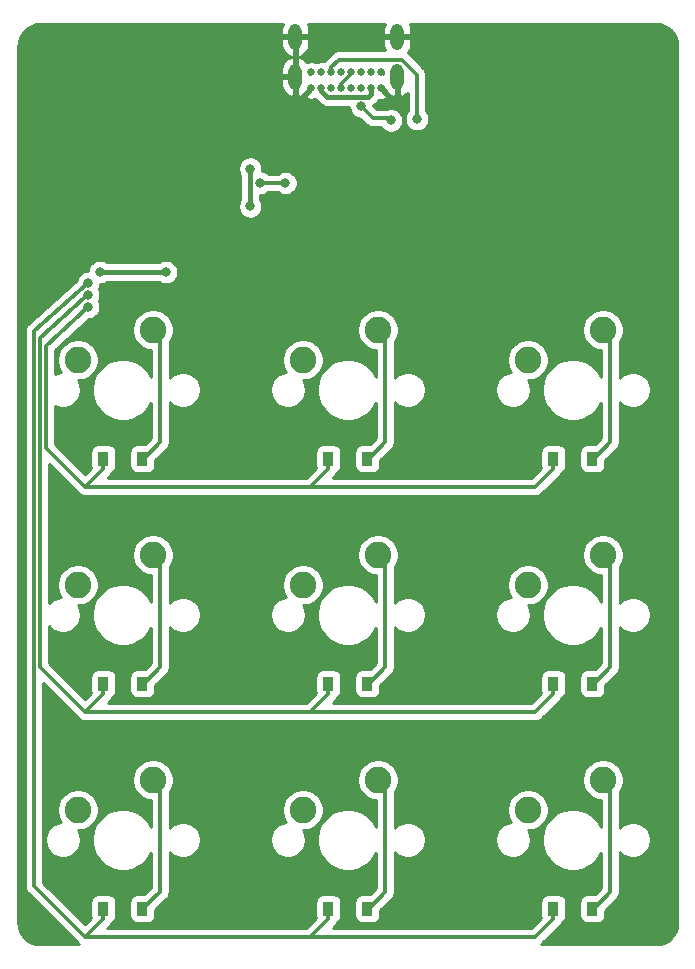
<source format=gbr>
%TF.GenerationSoftware,KiCad,Pcbnew,(5.1.6)-1*%
%TF.CreationDate,2020-08-31T14:33:41-05:00*%
%TF.ProjectId,totoro-pcb-macropad,746f746f-726f-42d7-9063-622d6d616372,rev?*%
%TF.SameCoordinates,Original*%
%TF.FileFunction,Copper,L2,Bot*%
%TF.FilePolarity,Positive*%
%FSLAX46Y46*%
G04 Gerber Fmt 4.6, Leading zero omitted, Abs format (unit mm)*
G04 Created by KiCad (PCBNEW (5.1.6)-1) date 2020-08-31 14:33:41*
%MOMM*%
%LPD*%
G01*
G04 APERTURE LIST*
%TA.AperFunction,ComponentPad*%
%ADD10C,2.250000*%
%TD*%
%TA.AperFunction,ComponentPad*%
%ADD11O,1.108000X2.216000*%
%TD*%
%TA.AperFunction,ComponentPad*%
%ADD12C,0.650000*%
%TD*%
%TA.AperFunction,SMDPad,CuDef*%
%ADD13R,0.900000X1.200000*%
%TD*%
%TA.AperFunction,ViaPad*%
%ADD14C,0.800000*%
%TD*%
%TA.AperFunction,Conductor*%
%ADD15C,0.400000*%
%TD*%
%TA.AperFunction,Conductor*%
%ADD16C,0.300000*%
%TD*%
%TA.AperFunction,Conductor*%
%ADD17C,0.254000*%
%TD*%
G04 APERTURE END LIST*
D10*
%TO.P,MX9,2*%
%TO.N,Net-(D9-Pad2)*%
X215265000Y-93345000D03*
%TO.P,MX9,1*%
%TO.N,COL2*%
X208915000Y-95885000D03*
%TD*%
%TO.P,MX8,2*%
%TO.N,Net-(D8-Pad2)*%
X196215000Y-93345000D03*
%TO.P,MX8,1*%
%TO.N,COL1*%
X189865000Y-95885000D03*
%TD*%
%TO.P,MX7,2*%
%TO.N,Net-(D7-Pad2)*%
X177165000Y-93345000D03*
%TO.P,MX7,1*%
%TO.N,COL0*%
X170815000Y-95885000D03*
%TD*%
%TO.P,MX6,2*%
%TO.N,Net-(D6-Pad2)*%
X215265000Y-74295000D03*
%TO.P,MX6,1*%
%TO.N,COL2*%
X208915000Y-76835000D03*
%TD*%
%TO.P,MX5,2*%
%TO.N,Net-(D5-Pad2)*%
X196215000Y-74295000D03*
%TO.P,MX5,1*%
%TO.N,COL1*%
X189865000Y-76835000D03*
%TD*%
%TO.P,MX4,2*%
%TO.N,Net-(D4-Pad2)*%
X177165000Y-74295000D03*
%TO.P,MX4,1*%
%TO.N,COL0*%
X170815000Y-76835000D03*
%TD*%
%TO.P,MX3,2*%
%TO.N,Net-(D3-Pad2)*%
X215265000Y-55245000D03*
%TO.P,MX3,1*%
%TO.N,COL2*%
X208915000Y-57785000D03*
%TD*%
%TO.P,MX2,2*%
%TO.N,Net-(D2-Pad2)*%
X196215000Y-55245000D03*
%TO.P,MX2,1*%
%TO.N,COL1*%
X189865000Y-57785000D03*
%TD*%
%TO.P,MX1,2*%
%TO.N,Net-(D1-Pad2)*%
X177165000Y-55245000D03*
%TO.P,MX1,1*%
%TO.N,COL0*%
X170815000Y-57785000D03*
%TD*%
D11*
%TO.P, ,P4*%
%TO.N,GND*%
X197873000Y-30452800D03*
%TO.P, ,P3*%
X189223000Y-30452800D03*
%TO.P, ,P2*%
X189223000Y-33832800D03*
%TO.P, ,P1*%
X197873000Y-33832800D03*
D12*
%TO.P, ,B12*%
X196523000Y-33462800D03*
%TO.P, ,B9*%
%TO.N,VCC*%
X195673000Y-33462800D03*
%TO.P, ,B8*%
%TO.N,Net-(J1-PadB8)*%
X194823000Y-33462800D03*
%TO.P, ,B7*%
%TO.N,Net-(J1-PadA7)*%
X193973000Y-33462800D03*
%TO.P, ,B6*%
%TO.N,Net-(J1-PadA6)*%
X193123000Y-33462800D03*
%TO.P, ,B5*%
%TO.N,Net-(J1-PadB5)*%
X192273000Y-33462800D03*
%TO.P, ,B4*%
%TO.N,VCC*%
X191423000Y-33462800D03*
%TO.P, ,B1*%
%TO.N,GND*%
X190573000Y-33462800D03*
%TO.P, ,A12*%
X190573000Y-34812800D03*
%TO.P, ,A9*%
%TO.N,VCC*%
X191423000Y-34812800D03*
%TO.P, ,A8*%
%TO.N,Net-(J1-PadA8)*%
X192273000Y-34812800D03*
%TO.P, ,A7*%
%TO.N,Net-(J1-PadA7)*%
X193123000Y-34812800D03*
%TO.P, ,A6*%
%TO.N,Net-(J1-PadA6)*%
X193973000Y-34812800D03*
%TO.P, ,A5*%
%TO.N,Net-(J1-PadA5)*%
X194823000Y-34812800D03*
%TO.P, ,A4*%
%TO.N,VCC*%
X195673000Y-34812800D03*
%TO.P, ,A1*%
%TO.N,GND*%
X196523000Y-34812800D03*
%TD*%
D13*
%TO.P, ,1*%
%TO.N,ROW2*%
X211075000Y-104267000D03*
%TO.P, ,2*%
%TO.N,Net-(D9-Pad2)*%
X214375000Y-104267000D03*
%TD*%
%TO.P, ,1*%
%TO.N,ROW2*%
X192025000Y-104267000D03*
%TO.P, ,2*%
%TO.N,Net-(D8-Pad2)*%
X195325000Y-104267000D03*
%TD*%
%TO.P, ,1*%
%TO.N,ROW2*%
X172975000Y-104267000D03*
%TO.P, ,2*%
%TO.N,Net-(D7-Pad2)*%
X176275000Y-104267000D03*
%TD*%
%TO.P, ,1*%
%TO.N,ROW1*%
X211075000Y-85217000D03*
%TO.P, ,2*%
%TO.N,Net-(D6-Pad2)*%
X214375000Y-85217000D03*
%TD*%
%TO.P, ,1*%
%TO.N,ROW1*%
X192025000Y-85217000D03*
%TO.P, ,2*%
%TO.N,Net-(D5-Pad2)*%
X195325000Y-85217000D03*
%TD*%
%TO.P, ,1*%
%TO.N,ROW1*%
X172975000Y-85217000D03*
%TO.P, ,2*%
%TO.N,Net-(D4-Pad2)*%
X176275000Y-85217000D03*
%TD*%
%TO.P, ,1*%
%TO.N,ROW0*%
X211075000Y-66167000D03*
%TO.P, ,2*%
%TO.N,Net-(D3-Pad2)*%
X214375000Y-66167000D03*
%TD*%
%TO.P, ,1*%
%TO.N,ROW0*%
X192025000Y-66167000D03*
%TO.P, ,2*%
%TO.N,Net-(D2-Pad2)*%
X195325000Y-66167000D03*
%TD*%
%TO.P, ,1*%
%TO.N,ROW0*%
X172975000Y-66167000D03*
%TO.P, ,2*%
%TO.N,Net-(D1-Pad2)*%
X176275000Y-66167000D03*
%TD*%
D14*
%TO.N,+5V*%
X178282600Y-50368200D03*
X172694600Y-50368200D03*
X185420000Y-41605200D03*
X185420000Y-44805600D03*
%TO.N,ROW0*%
X171704000Y-53314600D03*
%TO.N,ROW1*%
X171704000Y-52314597D03*
%TO.N,ROW2*%
X171704000Y-51308000D03*
%TO.N,Net-(J1-PadB5)*%
X199517000Y-37414200D03*
%TO.N,Net-(J1-PadA5)*%
X194818000Y-36337801D03*
X197332600Y-37515800D03*
%TO.N,Net-(R3-Pad1)*%
X186265669Y-42806469D03*
X188391800Y-42824400D03*
%TD*%
D15*
%TO.N,+5V*%
X178282600Y-50368200D02*
X172694600Y-50368200D01*
X185420000Y-41605200D02*
X185420000Y-44805600D01*
%TO.N,VCC*%
X191924999Y-35537801D02*
X191439800Y-35052602D01*
X195673000Y-34812800D02*
X195673000Y-35272419D01*
X195407618Y-35537801D02*
X191924999Y-35537801D01*
X195673000Y-35272419D02*
X195407618Y-35537801D01*
D16*
%TO.N,ROW0*%
X211075000Y-66167000D02*
X211075000Y-67029600D01*
X211075000Y-67029600D02*
X209550000Y-68554600D01*
X209550000Y-68554600D02*
X190500000Y-68554600D01*
X192025000Y-67055000D02*
X190500000Y-68554600D01*
X192025000Y-66167000D02*
X192025000Y-67055000D01*
X190500000Y-68554600D02*
X171450000Y-68554600D01*
X172975000Y-67055000D02*
X171450000Y-68554600D01*
X172975000Y-66167000D02*
X172975000Y-67055000D01*
X168122600Y-65227200D02*
X171450000Y-68554600D01*
X171704000Y-53314600D02*
X168122600Y-56616600D01*
X168122600Y-56616600D02*
X168122600Y-65227200D01*
%TO.N,Net-(D1-Pad2)*%
X176275000Y-66167000D02*
X176403000Y-66167000D01*
X176403000Y-66167000D02*
X177800000Y-64770000D01*
X177800000Y-64770000D02*
X177800000Y-55930800D01*
%TO.N,Net-(D2-Pad2)*%
X195325000Y-66167000D02*
X195453000Y-66167000D01*
X195453000Y-66167000D02*
X196850000Y-64770000D01*
X196850000Y-64770000D02*
X196850000Y-55880000D01*
%TO.N,Net-(D3-Pad2)*%
X214375000Y-66167000D02*
X214503000Y-66167000D01*
X214503000Y-66167000D02*
X215900000Y-64770000D01*
X215900000Y-64770000D02*
X215900000Y-55930800D01*
%TO.N,ROW1*%
X211075000Y-85217000D02*
X211075000Y-86079600D01*
X211075000Y-86079600D02*
X209524600Y-87630000D01*
X192025000Y-85217000D02*
X192025000Y-86105000D01*
X192025000Y-86105000D02*
X190500000Y-87630000D01*
X172975000Y-85217000D02*
X172975000Y-86105000D01*
X172975000Y-86105000D02*
X171450000Y-87630000D01*
X209524600Y-87630000D02*
X190500000Y-87630000D01*
X190500000Y-87630000D02*
X171450000Y-87630000D01*
X167622590Y-83802590D02*
X171450000Y-87630000D01*
X167622590Y-55955808D02*
X167622590Y-83802590D01*
X171704000Y-52314597D02*
X171644801Y-52255398D01*
X171348400Y-52552600D02*
X167622590Y-55955808D01*
X171644801Y-52255398D02*
X171348400Y-52552600D01*
%TO.N,Net-(D4-Pad2)*%
X176275000Y-85217000D02*
X176403000Y-85217000D01*
X176403000Y-85217000D02*
X177800000Y-83820000D01*
X177800000Y-83820000D02*
X177800000Y-74980800D01*
%TO.N,Net-(D5-Pad2)*%
X195325000Y-85217000D02*
X195453000Y-85217000D01*
X195453000Y-85217000D02*
X196850000Y-83820000D01*
X196850000Y-83820000D02*
X196850000Y-74980800D01*
%TO.N,Net-(D6-Pad2)*%
X214375000Y-85217000D02*
X214503000Y-85217000D01*
X214503000Y-85217000D02*
X215900000Y-83820000D01*
X215900000Y-83820000D02*
X215900000Y-74980800D01*
%TO.N,ROW2*%
X211075000Y-104267000D02*
X211075000Y-105155000D01*
X211075000Y-105155000D02*
X209550000Y-106680000D01*
X192025000Y-104267000D02*
X192025000Y-105155000D01*
X192025000Y-105155000D02*
X190500000Y-106680000D01*
X209550000Y-106680000D02*
X190500000Y-106680000D01*
X190500000Y-106680000D02*
X171424600Y-106680000D01*
X172975000Y-105129600D02*
X171424600Y-106680000D01*
X172975000Y-104267000D02*
X172975000Y-105129600D01*
X167122580Y-102377980D02*
X167436800Y-102692200D01*
X171678600Y-51257200D02*
X167106600Y-55346600D01*
X167436800Y-102692200D02*
X171424600Y-106680000D01*
X167106600Y-55346600D02*
X167122580Y-102377980D01*
%TO.N,Net-(D7-Pad2)*%
X176275000Y-104267000D02*
X177800000Y-102870000D01*
X177800000Y-102870000D02*
X177800000Y-93980000D01*
%TO.N,Net-(D8-Pad2)*%
X195325000Y-104267000D02*
X195453000Y-104267000D01*
X195453000Y-104267000D02*
X196850000Y-102870000D01*
X196850000Y-102870000D02*
X196850000Y-94005400D01*
%TO.N,Net-(D9-Pad2)*%
X214528400Y-104267000D02*
X215900000Y-102870000D01*
X214375000Y-104267000D02*
X214528400Y-104267000D01*
X215900000Y-102870000D02*
X215900000Y-94030800D01*
%TO.N,Net-(J1-PadA7)*%
X193123000Y-34461802D02*
X193979800Y-33605002D01*
X193123000Y-34812800D02*
X193123000Y-34461802D01*
X193979800Y-33605002D02*
X193979800Y-33451800D01*
%TO.N,Net-(J1-PadB5)*%
X192901391Y-32374790D02*
X198247453Y-32374790D01*
X192273000Y-33462800D02*
X192273000Y-33003181D01*
X198247453Y-32374790D02*
X199517000Y-33644337D01*
X192273000Y-33003181D02*
X192901391Y-32374790D01*
X199517000Y-33644337D02*
X199517000Y-37414200D01*
%TO.N,Net-(J1-PadA5)*%
X194818000Y-36337801D02*
X195818199Y-37338000D01*
X195818199Y-37338000D02*
X197154800Y-37338000D01*
X197154800Y-37338000D02*
X197332600Y-37515800D01*
%TO.N,Net-(R3-Pad1)*%
X186265669Y-42806469D02*
X188373869Y-42806469D01*
X188373869Y-42806469D02*
X188391800Y-42824400D01*
%TD*%
D17*
%TO.N,GND*%
G36*
X188081623Y-29542278D02*
G01*
X188034000Y-29771800D01*
X188034000Y-30325800D01*
X189096000Y-30325800D01*
X189096000Y-30305800D01*
X189350000Y-30305800D01*
X189350000Y-30325800D01*
X190412000Y-30325800D01*
X190412000Y-29771800D01*
X190364377Y-29542278D01*
X190287958Y-29362000D01*
X196808042Y-29362000D01*
X196731623Y-29542278D01*
X196684000Y-29771800D01*
X196684000Y-30325800D01*
X197746000Y-30325800D01*
X197746000Y-30305800D01*
X198000000Y-30305800D01*
X198000000Y-30325800D01*
X199062000Y-30325800D01*
X199062000Y-29771800D01*
X199014377Y-29542278D01*
X198937958Y-29362000D01*
X219677721Y-29362000D01*
X220074545Y-29400909D01*
X220425208Y-29506780D01*
X220748625Y-29678744D01*
X221032484Y-29910254D01*
X221265965Y-30192486D01*
X221440183Y-30514695D01*
X221548502Y-30864614D01*
X221590000Y-31259443D01*
X221590000Y-31782418D01*
X221590001Y-31782428D01*
X221590000Y-105377721D01*
X221551091Y-105774545D01*
X221445220Y-106125206D01*
X221273257Y-106448623D01*
X221041748Y-106732482D01*
X220759514Y-106965965D01*
X220437304Y-107140184D01*
X220087385Y-107248502D01*
X219692557Y-107290000D01*
X210044115Y-107290000D01*
X210107764Y-107237764D01*
X210132347Y-107207810D01*
X211602810Y-105737347D01*
X211632764Y-105712764D01*
X211730862Y-105593233D01*
X211803754Y-105456860D01*
X211810574Y-105434376D01*
X211879494Y-105397537D01*
X211976185Y-105318185D01*
X212055537Y-105221494D01*
X212114502Y-105111180D01*
X212150812Y-104991482D01*
X212163072Y-104867000D01*
X212163072Y-103667000D01*
X212150812Y-103542518D01*
X212114502Y-103422820D01*
X212055537Y-103312506D01*
X211976185Y-103215815D01*
X211879494Y-103136463D01*
X211769180Y-103077498D01*
X211649482Y-103041188D01*
X211525000Y-103028928D01*
X210625000Y-103028928D01*
X210500518Y-103041188D01*
X210380820Y-103077498D01*
X210270506Y-103136463D01*
X210173815Y-103215815D01*
X210094463Y-103312506D01*
X210035498Y-103422820D01*
X209999188Y-103542518D01*
X209986928Y-103667000D01*
X209986928Y-104867000D01*
X209999188Y-104991482D01*
X210029252Y-105090591D01*
X209224843Y-105895000D01*
X192395157Y-105895000D01*
X192552810Y-105737347D01*
X192582764Y-105712764D01*
X192680862Y-105593233D01*
X192753754Y-105456860D01*
X192760574Y-105434376D01*
X192829494Y-105397537D01*
X192926185Y-105318185D01*
X193005537Y-105221494D01*
X193064502Y-105111180D01*
X193100812Y-104991482D01*
X193113072Y-104867000D01*
X193113072Y-103667000D01*
X193100812Y-103542518D01*
X193064502Y-103422820D01*
X193005537Y-103312506D01*
X192926185Y-103215815D01*
X192829494Y-103136463D01*
X192719180Y-103077498D01*
X192599482Y-103041188D01*
X192475000Y-103028928D01*
X191575000Y-103028928D01*
X191450518Y-103041188D01*
X191330820Y-103077498D01*
X191220506Y-103136463D01*
X191123815Y-103215815D01*
X191044463Y-103312506D01*
X190985498Y-103422820D01*
X190949188Y-103542518D01*
X190936928Y-103667000D01*
X190936928Y-104867000D01*
X190949188Y-104991482D01*
X190979252Y-105090591D01*
X190174843Y-105895000D01*
X173319757Y-105895000D01*
X173502810Y-105711947D01*
X173532764Y-105687364D01*
X173630862Y-105567833D01*
X173698844Y-105440646D01*
X173779494Y-105397537D01*
X173876185Y-105318185D01*
X173955537Y-105221494D01*
X174014502Y-105111180D01*
X174050812Y-104991482D01*
X174063072Y-104867000D01*
X174063072Y-103667000D01*
X174050812Y-103542518D01*
X174014502Y-103422820D01*
X173955537Y-103312506D01*
X173876185Y-103215815D01*
X173779494Y-103136463D01*
X173669180Y-103077498D01*
X173549482Y-103041188D01*
X173425000Y-103028928D01*
X172525000Y-103028928D01*
X172400518Y-103041188D01*
X172280820Y-103077498D01*
X172170506Y-103136463D01*
X172073815Y-103215815D01*
X171994463Y-103312506D01*
X171935498Y-103422820D01*
X171899188Y-103542518D01*
X171886928Y-103667000D01*
X171886928Y-104867000D01*
X171899188Y-104991482D01*
X171923341Y-105071102D01*
X171424600Y-105569843D01*
X167907469Y-102052712D01*
X167906186Y-98276278D01*
X168035000Y-98276278D01*
X168035000Y-98573722D01*
X168093029Y-98865451D01*
X168206856Y-99140253D01*
X168372107Y-99387569D01*
X168582431Y-99597893D01*
X168829747Y-99763144D01*
X169104549Y-99876971D01*
X169396278Y-99935000D01*
X169693722Y-99935000D01*
X169985451Y-99876971D01*
X170260253Y-99763144D01*
X170507569Y-99597893D01*
X170717893Y-99387569D01*
X170883144Y-99140253D01*
X170996971Y-98865451D01*
X171055000Y-98573722D01*
X171055000Y-98276278D01*
X171033080Y-98166076D01*
X171996100Y-98166076D01*
X171996100Y-98683924D01*
X172097127Y-99191822D01*
X172295299Y-99670251D01*
X172583000Y-100100826D01*
X172949174Y-100467000D01*
X173379749Y-100754701D01*
X173858178Y-100952873D01*
X174366076Y-101053900D01*
X174883924Y-101053900D01*
X175391822Y-100952873D01*
X175870251Y-100754701D01*
X176300826Y-100467000D01*
X176667000Y-100100826D01*
X176954701Y-99670251D01*
X177015000Y-99524676D01*
X177015000Y-102524524D01*
X176464381Y-103028928D01*
X175825000Y-103028928D01*
X175700518Y-103041188D01*
X175580820Y-103077498D01*
X175470506Y-103136463D01*
X175373815Y-103215815D01*
X175294463Y-103312506D01*
X175235498Y-103422820D01*
X175199188Y-103542518D01*
X175186928Y-103667000D01*
X175186928Y-104867000D01*
X175199188Y-104991482D01*
X175235498Y-105111180D01*
X175294463Y-105221494D01*
X175373815Y-105318185D01*
X175470506Y-105397537D01*
X175580820Y-105456502D01*
X175700518Y-105492812D01*
X175825000Y-105505072D01*
X176725000Y-105505072D01*
X176849482Y-105492812D01*
X176969180Y-105456502D01*
X177079494Y-105397537D01*
X177176185Y-105318185D01*
X177255537Y-105221494D01*
X177314502Y-105111180D01*
X177350812Y-104991482D01*
X177363072Y-104867000D01*
X177363072Y-104334841D01*
X178314521Y-103463253D01*
X178357764Y-103427764D01*
X178395914Y-103381279D01*
X178436053Y-103336516D01*
X178444871Y-103321625D01*
X178455862Y-103308233D01*
X178484217Y-103255184D01*
X178514845Y-103203464D01*
X178520591Y-103187132D01*
X178528754Y-103171860D01*
X178546209Y-103114320D01*
X178566165Y-103057598D01*
X178568615Y-103040457D01*
X178573641Y-103023887D01*
X178579536Y-102964031D01*
X178588041Y-102904521D01*
X178585000Y-102848664D01*
X178585000Y-99440462D01*
X178742431Y-99597893D01*
X178989747Y-99763144D01*
X179264549Y-99876971D01*
X179556278Y-99935000D01*
X179853722Y-99935000D01*
X180145451Y-99876971D01*
X180420253Y-99763144D01*
X180667569Y-99597893D01*
X180877893Y-99387569D01*
X181043144Y-99140253D01*
X181156971Y-98865451D01*
X181215000Y-98573722D01*
X181215000Y-98276278D01*
X187085000Y-98276278D01*
X187085000Y-98573722D01*
X187143029Y-98865451D01*
X187256856Y-99140253D01*
X187422107Y-99387569D01*
X187632431Y-99597893D01*
X187879747Y-99763144D01*
X188154549Y-99876971D01*
X188446278Y-99935000D01*
X188743722Y-99935000D01*
X189035451Y-99876971D01*
X189310253Y-99763144D01*
X189557569Y-99597893D01*
X189767893Y-99387569D01*
X189933144Y-99140253D01*
X190046971Y-98865451D01*
X190105000Y-98573722D01*
X190105000Y-98276278D01*
X190083080Y-98166076D01*
X191046100Y-98166076D01*
X191046100Y-98683924D01*
X191147127Y-99191822D01*
X191345299Y-99670251D01*
X191633000Y-100100826D01*
X191999174Y-100467000D01*
X192429749Y-100754701D01*
X192908178Y-100952873D01*
X193416076Y-101053900D01*
X193933924Y-101053900D01*
X194441822Y-100952873D01*
X194920251Y-100754701D01*
X195350826Y-100467000D01*
X195717000Y-100100826D01*
X196004701Y-99670251D01*
X196065000Y-99524676D01*
X196065000Y-102544842D01*
X195580915Y-103028928D01*
X194875000Y-103028928D01*
X194750518Y-103041188D01*
X194630820Y-103077498D01*
X194520506Y-103136463D01*
X194423815Y-103215815D01*
X194344463Y-103312506D01*
X194285498Y-103422820D01*
X194249188Y-103542518D01*
X194236928Y-103667000D01*
X194236928Y-104867000D01*
X194249188Y-104991482D01*
X194285498Y-105111180D01*
X194344463Y-105221494D01*
X194423815Y-105318185D01*
X194520506Y-105397537D01*
X194630820Y-105456502D01*
X194750518Y-105492812D01*
X194875000Y-105505072D01*
X195775000Y-105505072D01*
X195899482Y-105492812D01*
X196019180Y-105456502D01*
X196129494Y-105397537D01*
X196226185Y-105318185D01*
X196305537Y-105221494D01*
X196364502Y-105111180D01*
X196400812Y-104991482D01*
X196413072Y-104867000D01*
X196413072Y-104417085D01*
X197377817Y-103452341D01*
X197407764Y-103427764D01*
X197505862Y-103308233D01*
X197578754Y-103171860D01*
X197620576Y-103033991D01*
X197623641Y-103023888D01*
X197626579Y-102994059D01*
X197635000Y-102908561D01*
X197635000Y-102908554D01*
X197638797Y-102870001D01*
X197635000Y-102831448D01*
X197635000Y-99440462D01*
X197792431Y-99597893D01*
X198039747Y-99763144D01*
X198314549Y-99876971D01*
X198606278Y-99935000D01*
X198903722Y-99935000D01*
X199195451Y-99876971D01*
X199470253Y-99763144D01*
X199717569Y-99597893D01*
X199927893Y-99387569D01*
X200093144Y-99140253D01*
X200206971Y-98865451D01*
X200265000Y-98573722D01*
X200265000Y-98276278D01*
X206135000Y-98276278D01*
X206135000Y-98573722D01*
X206193029Y-98865451D01*
X206306856Y-99140253D01*
X206472107Y-99387569D01*
X206682431Y-99597893D01*
X206929747Y-99763144D01*
X207204549Y-99876971D01*
X207496278Y-99935000D01*
X207793722Y-99935000D01*
X208085451Y-99876971D01*
X208360253Y-99763144D01*
X208607569Y-99597893D01*
X208817893Y-99387569D01*
X208983144Y-99140253D01*
X209096971Y-98865451D01*
X209155000Y-98573722D01*
X209155000Y-98276278D01*
X209133080Y-98166076D01*
X210096100Y-98166076D01*
X210096100Y-98683924D01*
X210197127Y-99191822D01*
X210395299Y-99670251D01*
X210683000Y-100100826D01*
X211049174Y-100467000D01*
X211479749Y-100754701D01*
X211958178Y-100952873D01*
X212466076Y-101053900D01*
X212983924Y-101053900D01*
X213491822Y-100952873D01*
X213970251Y-100754701D01*
X214400826Y-100467000D01*
X214767000Y-100100826D01*
X215054701Y-99670251D01*
X215115000Y-99524676D01*
X215115000Y-102549053D01*
X214643850Y-103028928D01*
X213925000Y-103028928D01*
X213800518Y-103041188D01*
X213680820Y-103077498D01*
X213570506Y-103136463D01*
X213473815Y-103215815D01*
X213394463Y-103312506D01*
X213335498Y-103422820D01*
X213299188Y-103542518D01*
X213286928Y-103667000D01*
X213286928Y-104867000D01*
X213299188Y-104991482D01*
X213335498Y-105111180D01*
X213394463Y-105221494D01*
X213473815Y-105318185D01*
X213570506Y-105397537D01*
X213680820Y-105456502D01*
X213800518Y-105492812D01*
X213925000Y-105505072D01*
X214825000Y-105505072D01*
X214949482Y-105492812D01*
X215069180Y-105456502D01*
X215179494Y-105397537D01*
X215276185Y-105318185D01*
X215355537Y-105221494D01*
X215414502Y-105111180D01*
X215450812Y-104991482D01*
X215463072Y-104867000D01*
X215463072Y-104435503D01*
X216430607Y-103450052D01*
X216457764Y-103427764D01*
X216484631Y-103395027D01*
X216487163Y-103392448D01*
X216509090Y-103365224D01*
X216555862Y-103308233D01*
X216557578Y-103305023D01*
X216559853Y-103302198D01*
X216593960Y-103236956D01*
X216628754Y-103171860D01*
X216629810Y-103168380D01*
X216631492Y-103165162D01*
X216652250Y-103094404D01*
X216673641Y-103023887D01*
X216673997Y-103020276D01*
X216675021Y-103016784D01*
X216681573Y-102943355D01*
X216685000Y-102908561D01*
X216685000Y-102904948D01*
X216688764Y-102862764D01*
X216685000Y-102827834D01*
X216685000Y-99440462D01*
X216842431Y-99597893D01*
X217089747Y-99763144D01*
X217364549Y-99876971D01*
X217656278Y-99935000D01*
X217953722Y-99935000D01*
X218245451Y-99876971D01*
X218520253Y-99763144D01*
X218767569Y-99597893D01*
X218977893Y-99387569D01*
X219143144Y-99140253D01*
X219256971Y-98865451D01*
X219315000Y-98573722D01*
X219315000Y-98276278D01*
X219256971Y-97984549D01*
X219143144Y-97709747D01*
X218977893Y-97462431D01*
X218767569Y-97252107D01*
X218520253Y-97086856D01*
X218245451Y-96973029D01*
X217953722Y-96915000D01*
X217656278Y-96915000D01*
X217364549Y-96973029D01*
X217089747Y-97086856D01*
X216842431Y-97252107D01*
X216685000Y-97409538D01*
X216685000Y-94387736D01*
X216824692Y-94178673D01*
X216957364Y-93858373D01*
X217025000Y-93518345D01*
X217025000Y-93171655D01*
X216957364Y-92831627D01*
X216824692Y-92511327D01*
X216632081Y-92223065D01*
X216386935Y-91977919D01*
X216098673Y-91785308D01*
X215778373Y-91652636D01*
X215438345Y-91585000D01*
X215091655Y-91585000D01*
X214751627Y-91652636D01*
X214431327Y-91785308D01*
X214143065Y-91977919D01*
X213897919Y-92223065D01*
X213705308Y-92511327D01*
X213572636Y-92831627D01*
X213505000Y-93171655D01*
X213505000Y-93518345D01*
X213572636Y-93858373D01*
X213705308Y-94178673D01*
X213897919Y-94466935D01*
X214143065Y-94712081D01*
X214431327Y-94904692D01*
X214751627Y-95037364D01*
X215091655Y-95105000D01*
X215115001Y-95105000D01*
X215115001Y-97325325D01*
X215054701Y-97179749D01*
X214767000Y-96749174D01*
X214400826Y-96383000D01*
X213970251Y-96095299D01*
X213491822Y-95897127D01*
X212983924Y-95796100D01*
X212466076Y-95796100D01*
X211958178Y-95897127D01*
X211479749Y-96095299D01*
X211049174Y-96383000D01*
X210683000Y-96749174D01*
X210395299Y-97179749D01*
X210197127Y-97658178D01*
X210096100Y-98166076D01*
X209133080Y-98166076D01*
X209096971Y-97984549D01*
X208983144Y-97709747D01*
X208939882Y-97645000D01*
X209088345Y-97645000D01*
X209428373Y-97577364D01*
X209748673Y-97444692D01*
X210036935Y-97252081D01*
X210282081Y-97006935D01*
X210474692Y-96718673D01*
X210607364Y-96398373D01*
X210675000Y-96058345D01*
X210675000Y-95711655D01*
X210607364Y-95371627D01*
X210474692Y-95051327D01*
X210282081Y-94763065D01*
X210036935Y-94517919D01*
X209748673Y-94325308D01*
X209428373Y-94192636D01*
X209088345Y-94125000D01*
X208741655Y-94125000D01*
X208401627Y-94192636D01*
X208081327Y-94325308D01*
X207793065Y-94517919D01*
X207547919Y-94763065D01*
X207355308Y-95051327D01*
X207222636Y-95371627D01*
X207155000Y-95711655D01*
X207155000Y-96058345D01*
X207222636Y-96398373D01*
X207355308Y-96718673D01*
X207487638Y-96916719D01*
X207204549Y-96973029D01*
X206929747Y-97086856D01*
X206682431Y-97252107D01*
X206472107Y-97462431D01*
X206306856Y-97709747D01*
X206193029Y-97984549D01*
X206135000Y-98276278D01*
X200265000Y-98276278D01*
X200206971Y-97984549D01*
X200093144Y-97709747D01*
X199927893Y-97462431D01*
X199717569Y-97252107D01*
X199470253Y-97086856D01*
X199195451Y-96973029D01*
X198903722Y-96915000D01*
X198606278Y-96915000D01*
X198314549Y-96973029D01*
X198039747Y-97086856D01*
X197792431Y-97252107D01*
X197635000Y-97409538D01*
X197635000Y-94387736D01*
X197774692Y-94178673D01*
X197907364Y-93858373D01*
X197975000Y-93518345D01*
X197975000Y-93171655D01*
X197907364Y-92831627D01*
X197774692Y-92511327D01*
X197582081Y-92223065D01*
X197336935Y-91977919D01*
X197048673Y-91785308D01*
X196728373Y-91652636D01*
X196388345Y-91585000D01*
X196041655Y-91585000D01*
X195701627Y-91652636D01*
X195381327Y-91785308D01*
X195093065Y-91977919D01*
X194847919Y-92223065D01*
X194655308Y-92511327D01*
X194522636Y-92831627D01*
X194455000Y-93171655D01*
X194455000Y-93518345D01*
X194522636Y-93858373D01*
X194655308Y-94178673D01*
X194847919Y-94466935D01*
X195093065Y-94712081D01*
X195381327Y-94904692D01*
X195701627Y-95037364D01*
X196041655Y-95105000D01*
X196065001Y-95105000D01*
X196065001Y-97325325D01*
X196004701Y-97179749D01*
X195717000Y-96749174D01*
X195350826Y-96383000D01*
X194920251Y-96095299D01*
X194441822Y-95897127D01*
X193933924Y-95796100D01*
X193416076Y-95796100D01*
X192908178Y-95897127D01*
X192429749Y-96095299D01*
X191999174Y-96383000D01*
X191633000Y-96749174D01*
X191345299Y-97179749D01*
X191147127Y-97658178D01*
X191046100Y-98166076D01*
X190083080Y-98166076D01*
X190046971Y-97984549D01*
X189933144Y-97709747D01*
X189889882Y-97645000D01*
X190038345Y-97645000D01*
X190378373Y-97577364D01*
X190698673Y-97444692D01*
X190986935Y-97252081D01*
X191232081Y-97006935D01*
X191424692Y-96718673D01*
X191557364Y-96398373D01*
X191625000Y-96058345D01*
X191625000Y-95711655D01*
X191557364Y-95371627D01*
X191424692Y-95051327D01*
X191232081Y-94763065D01*
X190986935Y-94517919D01*
X190698673Y-94325308D01*
X190378373Y-94192636D01*
X190038345Y-94125000D01*
X189691655Y-94125000D01*
X189351627Y-94192636D01*
X189031327Y-94325308D01*
X188743065Y-94517919D01*
X188497919Y-94763065D01*
X188305308Y-95051327D01*
X188172636Y-95371627D01*
X188105000Y-95711655D01*
X188105000Y-96058345D01*
X188172636Y-96398373D01*
X188305308Y-96718673D01*
X188437638Y-96916719D01*
X188154549Y-96973029D01*
X187879747Y-97086856D01*
X187632431Y-97252107D01*
X187422107Y-97462431D01*
X187256856Y-97709747D01*
X187143029Y-97984549D01*
X187085000Y-98276278D01*
X181215000Y-98276278D01*
X181156971Y-97984549D01*
X181043144Y-97709747D01*
X180877893Y-97462431D01*
X180667569Y-97252107D01*
X180420253Y-97086856D01*
X180145451Y-96973029D01*
X179853722Y-96915000D01*
X179556278Y-96915000D01*
X179264549Y-96973029D01*
X178989747Y-97086856D01*
X178742431Y-97252107D01*
X178585000Y-97409538D01*
X178585000Y-94387736D01*
X178724692Y-94178673D01*
X178857364Y-93858373D01*
X178925000Y-93518345D01*
X178925000Y-93171655D01*
X178857364Y-92831627D01*
X178724692Y-92511327D01*
X178532081Y-92223065D01*
X178286935Y-91977919D01*
X177998673Y-91785308D01*
X177678373Y-91652636D01*
X177338345Y-91585000D01*
X176991655Y-91585000D01*
X176651627Y-91652636D01*
X176331327Y-91785308D01*
X176043065Y-91977919D01*
X175797919Y-92223065D01*
X175605308Y-92511327D01*
X175472636Y-92831627D01*
X175405000Y-93171655D01*
X175405000Y-93518345D01*
X175472636Y-93858373D01*
X175605308Y-94178673D01*
X175797919Y-94466935D01*
X176043065Y-94712081D01*
X176331327Y-94904692D01*
X176651627Y-95037364D01*
X176991655Y-95105000D01*
X177015001Y-95105000D01*
X177015001Y-97325325D01*
X176954701Y-97179749D01*
X176667000Y-96749174D01*
X176300826Y-96383000D01*
X175870251Y-96095299D01*
X175391822Y-95897127D01*
X174883924Y-95796100D01*
X174366076Y-95796100D01*
X173858178Y-95897127D01*
X173379749Y-96095299D01*
X172949174Y-96383000D01*
X172583000Y-96749174D01*
X172295299Y-97179749D01*
X172097127Y-97658178D01*
X171996100Y-98166076D01*
X171033080Y-98166076D01*
X170996971Y-97984549D01*
X170883144Y-97709747D01*
X170839882Y-97645000D01*
X170988345Y-97645000D01*
X171328373Y-97577364D01*
X171648673Y-97444692D01*
X171936935Y-97252081D01*
X172182081Y-97006935D01*
X172374692Y-96718673D01*
X172507364Y-96398373D01*
X172575000Y-96058345D01*
X172575000Y-95711655D01*
X172507364Y-95371627D01*
X172374692Y-95051327D01*
X172182081Y-94763065D01*
X171936935Y-94517919D01*
X171648673Y-94325308D01*
X171328373Y-94192636D01*
X170988345Y-94125000D01*
X170641655Y-94125000D01*
X170301627Y-94192636D01*
X169981327Y-94325308D01*
X169693065Y-94517919D01*
X169447919Y-94763065D01*
X169255308Y-95051327D01*
X169122636Y-95371627D01*
X169055000Y-95711655D01*
X169055000Y-96058345D01*
X169122636Y-96398373D01*
X169255308Y-96718673D01*
X169387638Y-96916719D01*
X169104549Y-96973029D01*
X168829747Y-97086856D01*
X168582431Y-97252107D01*
X168372107Y-97462431D01*
X168206856Y-97709747D01*
X168093029Y-97984549D01*
X168035000Y-98276278D01*
X167906186Y-98276278D01*
X167901740Y-85191898D01*
X170867658Y-88157816D01*
X170892236Y-88187764D01*
X170922184Y-88212342D01*
X170922187Y-88212345D01*
X170951559Y-88236450D01*
X171011767Y-88285862D01*
X171148140Y-88358754D01*
X171296112Y-88403641D01*
X171310490Y-88405057D01*
X171411439Y-88415000D01*
X171411446Y-88415000D01*
X171449999Y-88418797D01*
X171450000Y-88418797D01*
X171488553Y-88415000D01*
X190461447Y-88415000D01*
X190500000Y-88418797D01*
X190538553Y-88415000D01*
X209486047Y-88415000D01*
X209524600Y-88418797D01*
X209563153Y-88415000D01*
X209563161Y-88415000D01*
X209678487Y-88403641D01*
X209826460Y-88358754D01*
X209962833Y-88285862D01*
X210082364Y-88187764D01*
X210106947Y-88157810D01*
X211602810Y-86661947D01*
X211632764Y-86637364D01*
X211730862Y-86517833D01*
X211798844Y-86390646D01*
X211879494Y-86347537D01*
X211976185Y-86268185D01*
X212055537Y-86171494D01*
X212114502Y-86061180D01*
X212150812Y-85941482D01*
X212163072Y-85817000D01*
X212163072Y-84617000D01*
X212150812Y-84492518D01*
X212114502Y-84372820D01*
X212055537Y-84262506D01*
X211976185Y-84165815D01*
X211879494Y-84086463D01*
X211769180Y-84027498D01*
X211649482Y-83991188D01*
X211525000Y-83978928D01*
X210625000Y-83978928D01*
X210500518Y-83991188D01*
X210380820Y-84027498D01*
X210270506Y-84086463D01*
X210173815Y-84165815D01*
X210094463Y-84262506D01*
X210035498Y-84372820D01*
X209999188Y-84492518D01*
X209986928Y-84617000D01*
X209986928Y-85817000D01*
X209999188Y-85941482D01*
X210023341Y-86021102D01*
X209199443Y-86845000D01*
X192395157Y-86845000D01*
X192552810Y-86687347D01*
X192582764Y-86662764D01*
X192680862Y-86543233D01*
X192753754Y-86406860D01*
X192760574Y-86384376D01*
X192829494Y-86347537D01*
X192926185Y-86268185D01*
X193005537Y-86171494D01*
X193064502Y-86061180D01*
X193100812Y-85941482D01*
X193113072Y-85817000D01*
X193113072Y-84617000D01*
X193100812Y-84492518D01*
X193064502Y-84372820D01*
X193005537Y-84262506D01*
X192926185Y-84165815D01*
X192829494Y-84086463D01*
X192719180Y-84027498D01*
X192599482Y-83991188D01*
X192475000Y-83978928D01*
X191575000Y-83978928D01*
X191450518Y-83991188D01*
X191330820Y-84027498D01*
X191220506Y-84086463D01*
X191123815Y-84165815D01*
X191044463Y-84262506D01*
X190985498Y-84372820D01*
X190949188Y-84492518D01*
X190936928Y-84617000D01*
X190936928Y-85817000D01*
X190949188Y-85941482D01*
X190979252Y-86040591D01*
X190174843Y-86845000D01*
X173345157Y-86845000D01*
X173502810Y-86687347D01*
X173532764Y-86662764D01*
X173630862Y-86543233D01*
X173703754Y-86406860D01*
X173710574Y-86384376D01*
X173779494Y-86347537D01*
X173876185Y-86268185D01*
X173955537Y-86171494D01*
X174014502Y-86061180D01*
X174050812Y-85941482D01*
X174063072Y-85817000D01*
X174063072Y-84617000D01*
X174050812Y-84492518D01*
X174014502Y-84372820D01*
X173955537Y-84262506D01*
X173876185Y-84165815D01*
X173779494Y-84086463D01*
X173669180Y-84027498D01*
X173549482Y-83991188D01*
X173425000Y-83978928D01*
X172525000Y-83978928D01*
X172400518Y-83991188D01*
X172280820Y-84027498D01*
X172170506Y-84086463D01*
X172073815Y-84165815D01*
X171994463Y-84262506D01*
X171935498Y-84372820D01*
X171899188Y-84492518D01*
X171886928Y-84617000D01*
X171886928Y-85817000D01*
X171899188Y-85941482D01*
X171929252Y-86040591D01*
X171450000Y-86519843D01*
X168407590Y-83477433D01*
X168407590Y-80373052D01*
X168582431Y-80547893D01*
X168829747Y-80713144D01*
X169104549Y-80826971D01*
X169396278Y-80885000D01*
X169693722Y-80885000D01*
X169985451Y-80826971D01*
X170260253Y-80713144D01*
X170507569Y-80547893D01*
X170717893Y-80337569D01*
X170883144Y-80090253D01*
X170996971Y-79815451D01*
X171055000Y-79523722D01*
X171055000Y-79226278D01*
X171033080Y-79116076D01*
X171996100Y-79116076D01*
X171996100Y-79633924D01*
X172097127Y-80141822D01*
X172295299Y-80620251D01*
X172583000Y-81050826D01*
X172949174Y-81417000D01*
X173379749Y-81704701D01*
X173858178Y-81902873D01*
X174366076Y-82003900D01*
X174883924Y-82003900D01*
X175391822Y-81902873D01*
X175870251Y-81704701D01*
X176300826Y-81417000D01*
X176667000Y-81050826D01*
X176954701Y-80620251D01*
X177015000Y-80474676D01*
X177015000Y-83494842D01*
X176530915Y-83978928D01*
X175825000Y-83978928D01*
X175700518Y-83991188D01*
X175580820Y-84027498D01*
X175470506Y-84086463D01*
X175373815Y-84165815D01*
X175294463Y-84262506D01*
X175235498Y-84372820D01*
X175199188Y-84492518D01*
X175186928Y-84617000D01*
X175186928Y-85817000D01*
X175199188Y-85941482D01*
X175235498Y-86061180D01*
X175294463Y-86171494D01*
X175373815Y-86268185D01*
X175470506Y-86347537D01*
X175580820Y-86406502D01*
X175700518Y-86442812D01*
X175825000Y-86455072D01*
X176725000Y-86455072D01*
X176849482Y-86442812D01*
X176969180Y-86406502D01*
X177079494Y-86347537D01*
X177176185Y-86268185D01*
X177255537Y-86171494D01*
X177314502Y-86061180D01*
X177350812Y-85941482D01*
X177363072Y-85817000D01*
X177363072Y-85367085D01*
X178327817Y-84402341D01*
X178357764Y-84377764D01*
X178455862Y-84258233D01*
X178528754Y-84121860D01*
X178573641Y-83973887D01*
X178585000Y-83858561D01*
X178585000Y-83858554D01*
X178588797Y-83820001D01*
X178585000Y-83781448D01*
X178585000Y-80390462D01*
X178742431Y-80547893D01*
X178989747Y-80713144D01*
X179264549Y-80826971D01*
X179556278Y-80885000D01*
X179853722Y-80885000D01*
X180145451Y-80826971D01*
X180420253Y-80713144D01*
X180667569Y-80547893D01*
X180877893Y-80337569D01*
X181043144Y-80090253D01*
X181156971Y-79815451D01*
X181215000Y-79523722D01*
X181215000Y-79226278D01*
X187085000Y-79226278D01*
X187085000Y-79523722D01*
X187143029Y-79815451D01*
X187256856Y-80090253D01*
X187422107Y-80337569D01*
X187632431Y-80547893D01*
X187879747Y-80713144D01*
X188154549Y-80826971D01*
X188446278Y-80885000D01*
X188743722Y-80885000D01*
X189035451Y-80826971D01*
X189310253Y-80713144D01*
X189557569Y-80547893D01*
X189767893Y-80337569D01*
X189933144Y-80090253D01*
X190046971Y-79815451D01*
X190105000Y-79523722D01*
X190105000Y-79226278D01*
X190083080Y-79116076D01*
X191046100Y-79116076D01*
X191046100Y-79633924D01*
X191147127Y-80141822D01*
X191345299Y-80620251D01*
X191633000Y-81050826D01*
X191999174Y-81417000D01*
X192429749Y-81704701D01*
X192908178Y-81902873D01*
X193416076Y-82003900D01*
X193933924Y-82003900D01*
X194441822Y-81902873D01*
X194920251Y-81704701D01*
X195350826Y-81417000D01*
X195717000Y-81050826D01*
X196004701Y-80620251D01*
X196065000Y-80474676D01*
X196065000Y-83494842D01*
X195580915Y-83978928D01*
X194875000Y-83978928D01*
X194750518Y-83991188D01*
X194630820Y-84027498D01*
X194520506Y-84086463D01*
X194423815Y-84165815D01*
X194344463Y-84262506D01*
X194285498Y-84372820D01*
X194249188Y-84492518D01*
X194236928Y-84617000D01*
X194236928Y-85817000D01*
X194249188Y-85941482D01*
X194285498Y-86061180D01*
X194344463Y-86171494D01*
X194423815Y-86268185D01*
X194520506Y-86347537D01*
X194630820Y-86406502D01*
X194750518Y-86442812D01*
X194875000Y-86455072D01*
X195775000Y-86455072D01*
X195899482Y-86442812D01*
X196019180Y-86406502D01*
X196129494Y-86347537D01*
X196226185Y-86268185D01*
X196305537Y-86171494D01*
X196364502Y-86061180D01*
X196400812Y-85941482D01*
X196413072Y-85817000D01*
X196413072Y-85367085D01*
X197377817Y-84402341D01*
X197407764Y-84377764D01*
X197505862Y-84258233D01*
X197578754Y-84121860D01*
X197623641Y-83973887D01*
X197635000Y-83858561D01*
X197635000Y-83858554D01*
X197638797Y-83820001D01*
X197635000Y-83781448D01*
X197635000Y-80390462D01*
X197792431Y-80547893D01*
X198039747Y-80713144D01*
X198314549Y-80826971D01*
X198606278Y-80885000D01*
X198903722Y-80885000D01*
X199195451Y-80826971D01*
X199470253Y-80713144D01*
X199717569Y-80547893D01*
X199927893Y-80337569D01*
X200093144Y-80090253D01*
X200206971Y-79815451D01*
X200265000Y-79523722D01*
X200265000Y-79226278D01*
X206135000Y-79226278D01*
X206135000Y-79523722D01*
X206193029Y-79815451D01*
X206306856Y-80090253D01*
X206472107Y-80337569D01*
X206682431Y-80547893D01*
X206929747Y-80713144D01*
X207204549Y-80826971D01*
X207496278Y-80885000D01*
X207793722Y-80885000D01*
X208085451Y-80826971D01*
X208360253Y-80713144D01*
X208607569Y-80547893D01*
X208817893Y-80337569D01*
X208983144Y-80090253D01*
X209096971Y-79815451D01*
X209155000Y-79523722D01*
X209155000Y-79226278D01*
X209133080Y-79116076D01*
X210096100Y-79116076D01*
X210096100Y-79633924D01*
X210197127Y-80141822D01*
X210395299Y-80620251D01*
X210683000Y-81050826D01*
X211049174Y-81417000D01*
X211479749Y-81704701D01*
X211958178Y-81902873D01*
X212466076Y-82003900D01*
X212983924Y-82003900D01*
X213491822Y-81902873D01*
X213970251Y-81704701D01*
X214400826Y-81417000D01*
X214767000Y-81050826D01*
X215054701Y-80620251D01*
X215115000Y-80474676D01*
X215115000Y-83494842D01*
X214630915Y-83978928D01*
X213925000Y-83978928D01*
X213800518Y-83991188D01*
X213680820Y-84027498D01*
X213570506Y-84086463D01*
X213473815Y-84165815D01*
X213394463Y-84262506D01*
X213335498Y-84372820D01*
X213299188Y-84492518D01*
X213286928Y-84617000D01*
X213286928Y-85817000D01*
X213299188Y-85941482D01*
X213335498Y-86061180D01*
X213394463Y-86171494D01*
X213473815Y-86268185D01*
X213570506Y-86347537D01*
X213680820Y-86406502D01*
X213800518Y-86442812D01*
X213925000Y-86455072D01*
X214825000Y-86455072D01*
X214949482Y-86442812D01*
X215069180Y-86406502D01*
X215179494Y-86347537D01*
X215276185Y-86268185D01*
X215355537Y-86171494D01*
X215414502Y-86061180D01*
X215450812Y-85941482D01*
X215463072Y-85817000D01*
X215463072Y-85367085D01*
X216427817Y-84402341D01*
X216457764Y-84377764D01*
X216555862Y-84258233D01*
X216628754Y-84121860D01*
X216673641Y-83973887D01*
X216685000Y-83858561D01*
X216685000Y-83858554D01*
X216688797Y-83820001D01*
X216685000Y-83781448D01*
X216685000Y-80390462D01*
X216842431Y-80547893D01*
X217089747Y-80713144D01*
X217364549Y-80826971D01*
X217656278Y-80885000D01*
X217953722Y-80885000D01*
X218245451Y-80826971D01*
X218520253Y-80713144D01*
X218767569Y-80547893D01*
X218977893Y-80337569D01*
X219143144Y-80090253D01*
X219256971Y-79815451D01*
X219315000Y-79523722D01*
X219315000Y-79226278D01*
X219256971Y-78934549D01*
X219143144Y-78659747D01*
X218977893Y-78412431D01*
X218767569Y-78202107D01*
X218520253Y-78036856D01*
X218245451Y-77923029D01*
X217953722Y-77865000D01*
X217656278Y-77865000D01*
X217364549Y-77923029D01*
X217089747Y-78036856D01*
X216842431Y-78202107D01*
X216685000Y-78359538D01*
X216685000Y-75337736D01*
X216824692Y-75128673D01*
X216957364Y-74808373D01*
X217025000Y-74468345D01*
X217025000Y-74121655D01*
X216957364Y-73781627D01*
X216824692Y-73461327D01*
X216632081Y-73173065D01*
X216386935Y-72927919D01*
X216098673Y-72735308D01*
X215778373Y-72602636D01*
X215438345Y-72535000D01*
X215091655Y-72535000D01*
X214751627Y-72602636D01*
X214431327Y-72735308D01*
X214143065Y-72927919D01*
X213897919Y-73173065D01*
X213705308Y-73461327D01*
X213572636Y-73781627D01*
X213505000Y-74121655D01*
X213505000Y-74468345D01*
X213572636Y-74808373D01*
X213705308Y-75128673D01*
X213897919Y-75416935D01*
X214143065Y-75662081D01*
X214431327Y-75854692D01*
X214751627Y-75987364D01*
X215091655Y-76055000D01*
X215115001Y-76055000D01*
X215115001Y-78275325D01*
X215054701Y-78129749D01*
X214767000Y-77699174D01*
X214400826Y-77333000D01*
X213970251Y-77045299D01*
X213491822Y-76847127D01*
X212983924Y-76746100D01*
X212466076Y-76746100D01*
X211958178Y-76847127D01*
X211479749Y-77045299D01*
X211049174Y-77333000D01*
X210683000Y-77699174D01*
X210395299Y-78129749D01*
X210197127Y-78608178D01*
X210096100Y-79116076D01*
X209133080Y-79116076D01*
X209096971Y-78934549D01*
X208983144Y-78659747D01*
X208939882Y-78595000D01*
X209088345Y-78595000D01*
X209428373Y-78527364D01*
X209748673Y-78394692D01*
X210036935Y-78202081D01*
X210282081Y-77956935D01*
X210474692Y-77668673D01*
X210607364Y-77348373D01*
X210675000Y-77008345D01*
X210675000Y-76661655D01*
X210607364Y-76321627D01*
X210474692Y-76001327D01*
X210282081Y-75713065D01*
X210036935Y-75467919D01*
X209748673Y-75275308D01*
X209428373Y-75142636D01*
X209088345Y-75075000D01*
X208741655Y-75075000D01*
X208401627Y-75142636D01*
X208081327Y-75275308D01*
X207793065Y-75467919D01*
X207547919Y-75713065D01*
X207355308Y-76001327D01*
X207222636Y-76321627D01*
X207155000Y-76661655D01*
X207155000Y-77008345D01*
X207222636Y-77348373D01*
X207355308Y-77668673D01*
X207487638Y-77866719D01*
X207204549Y-77923029D01*
X206929747Y-78036856D01*
X206682431Y-78202107D01*
X206472107Y-78412431D01*
X206306856Y-78659747D01*
X206193029Y-78934549D01*
X206135000Y-79226278D01*
X200265000Y-79226278D01*
X200206971Y-78934549D01*
X200093144Y-78659747D01*
X199927893Y-78412431D01*
X199717569Y-78202107D01*
X199470253Y-78036856D01*
X199195451Y-77923029D01*
X198903722Y-77865000D01*
X198606278Y-77865000D01*
X198314549Y-77923029D01*
X198039747Y-78036856D01*
X197792431Y-78202107D01*
X197635000Y-78359538D01*
X197635000Y-75337736D01*
X197774692Y-75128673D01*
X197907364Y-74808373D01*
X197975000Y-74468345D01*
X197975000Y-74121655D01*
X197907364Y-73781627D01*
X197774692Y-73461327D01*
X197582081Y-73173065D01*
X197336935Y-72927919D01*
X197048673Y-72735308D01*
X196728373Y-72602636D01*
X196388345Y-72535000D01*
X196041655Y-72535000D01*
X195701627Y-72602636D01*
X195381327Y-72735308D01*
X195093065Y-72927919D01*
X194847919Y-73173065D01*
X194655308Y-73461327D01*
X194522636Y-73781627D01*
X194455000Y-74121655D01*
X194455000Y-74468345D01*
X194522636Y-74808373D01*
X194655308Y-75128673D01*
X194847919Y-75416935D01*
X195093065Y-75662081D01*
X195381327Y-75854692D01*
X195701627Y-75987364D01*
X196041655Y-76055000D01*
X196065001Y-76055000D01*
X196065001Y-78275325D01*
X196004701Y-78129749D01*
X195717000Y-77699174D01*
X195350826Y-77333000D01*
X194920251Y-77045299D01*
X194441822Y-76847127D01*
X193933924Y-76746100D01*
X193416076Y-76746100D01*
X192908178Y-76847127D01*
X192429749Y-77045299D01*
X191999174Y-77333000D01*
X191633000Y-77699174D01*
X191345299Y-78129749D01*
X191147127Y-78608178D01*
X191046100Y-79116076D01*
X190083080Y-79116076D01*
X190046971Y-78934549D01*
X189933144Y-78659747D01*
X189889882Y-78595000D01*
X190038345Y-78595000D01*
X190378373Y-78527364D01*
X190698673Y-78394692D01*
X190986935Y-78202081D01*
X191232081Y-77956935D01*
X191424692Y-77668673D01*
X191557364Y-77348373D01*
X191625000Y-77008345D01*
X191625000Y-76661655D01*
X191557364Y-76321627D01*
X191424692Y-76001327D01*
X191232081Y-75713065D01*
X190986935Y-75467919D01*
X190698673Y-75275308D01*
X190378373Y-75142636D01*
X190038345Y-75075000D01*
X189691655Y-75075000D01*
X189351627Y-75142636D01*
X189031327Y-75275308D01*
X188743065Y-75467919D01*
X188497919Y-75713065D01*
X188305308Y-76001327D01*
X188172636Y-76321627D01*
X188105000Y-76661655D01*
X188105000Y-77008345D01*
X188172636Y-77348373D01*
X188305308Y-77668673D01*
X188437638Y-77866719D01*
X188154549Y-77923029D01*
X187879747Y-78036856D01*
X187632431Y-78202107D01*
X187422107Y-78412431D01*
X187256856Y-78659747D01*
X187143029Y-78934549D01*
X187085000Y-79226278D01*
X181215000Y-79226278D01*
X181156971Y-78934549D01*
X181043144Y-78659747D01*
X180877893Y-78412431D01*
X180667569Y-78202107D01*
X180420253Y-78036856D01*
X180145451Y-77923029D01*
X179853722Y-77865000D01*
X179556278Y-77865000D01*
X179264549Y-77923029D01*
X178989747Y-78036856D01*
X178742431Y-78202107D01*
X178585000Y-78359538D01*
X178585000Y-75337736D01*
X178724692Y-75128673D01*
X178857364Y-74808373D01*
X178925000Y-74468345D01*
X178925000Y-74121655D01*
X178857364Y-73781627D01*
X178724692Y-73461327D01*
X178532081Y-73173065D01*
X178286935Y-72927919D01*
X177998673Y-72735308D01*
X177678373Y-72602636D01*
X177338345Y-72535000D01*
X176991655Y-72535000D01*
X176651627Y-72602636D01*
X176331327Y-72735308D01*
X176043065Y-72927919D01*
X175797919Y-73173065D01*
X175605308Y-73461327D01*
X175472636Y-73781627D01*
X175405000Y-74121655D01*
X175405000Y-74468345D01*
X175472636Y-74808373D01*
X175605308Y-75128673D01*
X175797919Y-75416935D01*
X176043065Y-75662081D01*
X176331327Y-75854692D01*
X176651627Y-75987364D01*
X176991655Y-76055000D01*
X177015001Y-76055000D01*
X177015001Y-78275325D01*
X176954701Y-78129749D01*
X176667000Y-77699174D01*
X176300826Y-77333000D01*
X175870251Y-77045299D01*
X175391822Y-76847127D01*
X174883924Y-76746100D01*
X174366076Y-76746100D01*
X173858178Y-76847127D01*
X173379749Y-77045299D01*
X172949174Y-77333000D01*
X172583000Y-77699174D01*
X172295299Y-78129749D01*
X172097127Y-78608178D01*
X171996100Y-79116076D01*
X171033080Y-79116076D01*
X170996971Y-78934549D01*
X170883144Y-78659747D01*
X170839882Y-78595000D01*
X170988345Y-78595000D01*
X171328373Y-78527364D01*
X171648673Y-78394692D01*
X171936935Y-78202081D01*
X172182081Y-77956935D01*
X172374692Y-77668673D01*
X172507364Y-77348373D01*
X172575000Y-77008345D01*
X172575000Y-76661655D01*
X172507364Y-76321627D01*
X172374692Y-76001327D01*
X172182081Y-75713065D01*
X171936935Y-75467919D01*
X171648673Y-75275308D01*
X171328373Y-75142636D01*
X170988345Y-75075000D01*
X170641655Y-75075000D01*
X170301627Y-75142636D01*
X169981327Y-75275308D01*
X169693065Y-75467919D01*
X169447919Y-75713065D01*
X169255308Y-76001327D01*
X169122636Y-76321627D01*
X169055000Y-76661655D01*
X169055000Y-77008345D01*
X169122636Y-77348373D01*
X169255308Y-77668673D01*
X169387638Y-77866719D01*
X169104549Y-77923029D01*
X168829747Y-78036856D01*
X168582431Y-78202107D01*
X168407590Y-78376948D01*
X168407590Y-66622347D01*
X170865325Y-69080083D01*
X170887572Y-69107660D01*
X170890124Y-69109790D01*
X170892236Y-69112364D01*
X170922184Y-69136942D01*
X170922187Y-69136945D01*
X170949539Y-69159392D01*
X171006276Y-69206758D01*
X171009190Y-69208347D01*
X171011767Y-69210462D01*
X171077163Y-69245416D01*
X171142032Y-69280793D01*
X171145203Y-69281784D01*
X171148140Y-69283354D01*
X171219002Y-69304850D01*
X171289622Y-69326922D01*
X171292931Y-69327276D01*
X171296112Y-69328241D01*
X171308956Y-69329506D01*
X171369827Y-69335501D01*
X171443377Y-69343369D01*
X171446688Y-69343071D01*
X171449999Y-69343397D01*
X171488552Y-69339600D01*
X190458142Y-69339600D01*
X190493377Y-69343369D01*
X190535248Y-69339600D01*
X209511447Y-69339600D01*
X209550000Y-69343397D01*
X209588553Y-69339600D01*
X209588561Y-69339600D01*
X209703887Y-69328241D01*
X209851860Y-69283354D01*
X209988233Y-69210462D01*
X210107764Y-69112364D01*
X210132347Y-69082410D01*
X211602810Y-67611947D01*
X211632764Y-67587364D01*
X211730862Y-67467833D01*
X211798844Y-67340646D01*
X211879494Y-67297537D01*
X211976185Y-67218185D01*
X212055537Y-67121494D01*
X212114502Y-67011180D01*
X212150812Y-66891482D01*
X212163072Y-66767000D01*
X212163072Y-65567000D01*
X212150812Y-65442518D01*
X212114502Y-65322820D01*
X212055537Y-65212506D01*
X211976185Y-65115815D01*
X211879494Y-65036463D01*
X211769180Y-64977498D01*
X211649482Y-64941188D01*
X211525000Y-64928928D01*
X210625000Y-64928928D01*
X210500518Y-64941188D01*
X210380820Y-64977498D01*
X210270506Y-65036463D01*
X210173815Y-65115815D01*
X210094463Y-65212506D01*
X210035498Y-65322820D01*
X209999188Y-65442518D01*
X209986928Y-65567000D01*
X209986928Y-66767000D01*
X209999188Y-66891482D01*
X210023341Y-66971102D01*
X209224843Y-67769600D01*
X192417896Y-67769600D01*
X192550264Y-67639437D01*
X192582764Y-67612764D01*
X192629708Y-67555563D01*
X192677158Y-67498725D01*
X192678749Y-67495808D01*
X192680862Y-67493233D01*
X192715789Y-67427888D01*
X192751193Y-67362969D01*
X192752185Y-67359796D01*
X192753754Y-67356860D01*
X192760574Y-67334376D01*
X192829494Y-67297537D01*
X192926185Y-67218185D01*
X193005537Y-67121494D01*
X193064502Y-67011180D01*
X193100812Y-66891482D01*
X193113072Y-66767000D01*
X193113072Y-65567000D01*
X193100812Y-65442518D01*
X193064502Y-65322820D01*
X193005537Y-65212506D01*
X192926185Y-65115815D01*
X192829494Y-65036463D01*
X192719180Y-64977498D01*
X192599482Y-64941188D01*
X192475000Y-64928928D01*
X191575000Y-64928928D01*
X191450518Y-64941188D01*
X191330820Y-64977498D01*
X191220506Y-65036463D01*
X191123815Y-65115815D01*
X191044463Y-65212506D01*
X190985498Y-65322820D01*
X190949188Y-65442518D01*
X190936928Y-65567000D01*
X190936928Y-66767000D01*
X190949188Y-66891482D01*
X190977334Y-66984266D01*
X190178699Y-67769600D01*
X173367896Y-67769600D01*
X173500264Y-67639437D01*
X173532764Y-67612764D01*
X173579708Y-67555563D01*
X173627158Y-67498725D01*
X173628749Y-67495808D01*
X173630862Y-67493233D01*
X173665789Y-67427888D01*
X173701193Y-67362969D01*
X173702185Y-67359796D01*
X173703754Y-67356860D01*
X173710574Y-67334376D01*
X173779494Y-67297537D01*
X173876185Y-67218185D01*
X173955537Y-67121494D01*
X174014502Y-67011180D01*
X174050812Y-66891482D01*
X174063072Y-66767000D01*
X174063072Y-65567000D01*
X174050812Y-65442518D01*
X174014502Y-65322820D01*
X173955537Y-65212506D01*
X173876185Y-65115815D01*
X173779494Y-65036463D01*
X173669180Y-64977498D01*
X173549482Y-64941188D01*
X173425000Y-64928928D01*
X172525000Y-64928928D01*
X172400518Y-64941188D01*
X172280820Y-64977498D01*
X172170506Y-65036463D01*
X172073815Y-65115815D01*
X171994463Y-65212506D01*
X171935498Y-65322820D01*
X171899188Y-65442518D01*
X171886928Y-65567000D01*
X171886928Y-66767000D01*
X171899188Y-66891482D01*
X171927334Y-66984266D01*
X171454643Y-67449085D01*
X168907600Y-64902043D01*
X168907600Y-61695392D01*
X169104549Y-61776971D01*
X169396278Y-61835000D01*
X169693722Y-61835000D01*
X169985451Y-61776971D01*
X170260253Y-61663144D01*
X170507569Y-61497893D01*
X170717893Y-61287569D01*
X170883144Y-61040253D01*
X170996971Y-60765451D01*
X171055000Y-60473722D01*
X171055000Y-60176278D01*
X171033080Y-60066076D01*
X171996100Y-60066076D01*
X171996100Y-60583924D01*
X172097127Y-61091822D01*
X172295299Y-61570251D01*
X172583000Y-62000826D01*
X172949174Y-62367000D01*
X173379749Y-62654701D01*
X173858178Y-62852873D01*
X174366076Y-62953900D01*
X174883924Y-62953900D01*
X175391822Y-62852873D01*
X175870251Y-62654701D01*
X176300826Y-62367000D01*
X176667000Y-62000826D01*
X176954701Y-61570251D01*
X177015000Y-61424676D01*
X177015000Y-64444842D01*
X176530915Y-64928928D01*
X175825000Y-64928928D01*
X175700518Y-64941188D01*
X175580820Y-64977498D01*
X175470506Y-65036463D01*
X175373815Y-65115815D01*
X175294463Y-65212506D01*
X175235498Y-65322820D01*
X175199188Y-65442518D01*
X175186928Y-65567000D01*
X175186928Y-66767000D01*
X175199188Y-66891482D01*
X175235498Y-67011180D01*
X175294463Y-67121494D01*
X175373815Y-67218185D01*
X175470506Y-67297537D01*
X175580820Y-67356502D01*
X175700518Y-67392812D01*
X175825000Y-67405072D01*
X176725000Y-67405072D01*
X176849482Y-67392812D01*
X176969180Y-67356502D01*
X177079494Y-67297537D01*
X177176185Y-67218185D01*
X177255537Y-67121494D01*
X177314502Y-67011180D01*
X177350812Y-66891482D01*
X177363072Y-66767000D01*
X177363072Y-66317085D01*
X178327817Y-65352341D01*
X178357764Y-65327764D01*
X178455862Y-65208233D01*
X178528754Y-65071860D01*
X178573641Y-64923887D01*
X178585000Y-64808561D01*
X178585000Y-64808554D01*
X178588797Y-64770001D01*
X178585000Y-64731448D01*
X178585000Y-61340462D01*
X178742431Y-61497893D01*
X178989747Y-61663144D01*
X179264549Y-61776971D01*
X179556278Y-61835000D01*
X179853722Y-61835000D01*
X180145451Y-61776971D01*
X180420253Y-61663144D01*
X180667569Y-61497893D01*
X180877893Y-61287569D01*
X181043144Y-61040253D01*
X181156971Y-60765451D01*
X181215000Y-60473722D01*
X181215000Y-60176278D01*
X187085000Y-60176278D01*
X187085000Y-60473722D01*
X187143029Y-60765451D01*
X187256856Y-61040253D01*
X187422107Y-61287569D01*
X187632431Y-61497893D01*
X187879747Y-61663144D01*
X188154549Y-61776971D01*
X188446278Y-61835000D01*
X188743722Y-61835000D01*
X189035451Y-61776971D01*
X189310253Y-61663144D01*
X189557569Y-61497893D01*
X189767893Y-61287569D01*
X189933144Y-61040253D01*
X190046971Y-60765451D01*
X190105000Y-60473722D01*
X190105000Y-60176278D01*
X190083080Y-60066076D01*
X191046100Y-60066076D01*
X191046100Y-60583924D01*
X191147127Y-61091822D01*
X191345299Y-61570251D01*
X191633000Y-62000826D01*
X191999174Y-62367000D01*
X192429749Y-62654701D01*
X192908178Y-62852873D01*
X193416076Y-62953900D01*
X193933924Y-62953900D01*
X194441822Y-62852873D01*
X194920251Y-62654701D01*
X195350826Y-62367000D01*
X195717000Y-62000826D01*
X196004701Y-61570251D01*
X196065000Y-61424676D01*
X196065000Y-64444842D01*
X195580915Y-64928928D01*
X194875000Y-64928928D01*
X194750518Y-64941188D01*
X194630820Y-64977498D01*
X194520506Y-65036463D01*
X194423815Y-65115815D01*
X194344463Y-65212506D01*
X194285498Y-65322820D01*
X194249188Y-65442518D01*
X194236928Y-65567000D01*
X194236928Y-66767000D01*
X194249188Y-66891482D01*
X194285498Y-67011180D01*
X194344463Y-67121494D01*
X194423815Y-67218185D01*
X194520506Y-67297537D01*
X194630820Y-67356502D01*
X194750518Y-67392812D01*
X194875000Y-67405072D01*
X195775000Y-67405072D01*
X195899482Y-67392812D01*
X196019180Y-67356502D01*
X196129494Y-67297537D01*
X196226185Y-67218185D01*
X196305537Y-67121494D01*
X196364502Y-67011180D01*
X196400812Y-66891482D01*
X196413072Y-66767000D01*
X196413072Y-66317085D01*
X197377817Y-65352341D01*
X197407764Y-65327764D01*
X197505862Y-65208233D01*
X197578754Y-65071860D01*
X197623641Y-64923887D01*
X197635000Y-64808561D01*
X197635000Y-64808554D01*
X197638797Y-64770001D01*
X197635000Y-64731448D01*
X197635000Y-61340462D01*
X197792431Y-61497893D01*
X198039747Y-61663144D01*
X198314549Y-61776971D01*
X198606278Y-61835000D01*
X198903722Y-61835000D01*
X199195451Y-61776971D01*
X199470253Y-61663144D01*
X199717569Y-61497893D01*
X199927893Y-61287569D01*
X200093144Y-61040253D01*
X200206971Y-60765451D01*
X200265000Y-60473722D01*
X200265000Y-60176278D01*
X206135000Y-60176278D01*
X206135000Y-60473722D01*
X206193029Y-60765451D01*
X206306856Y-61040253D01*
X206472107Y-61287569D01*
X206682431Y-61497893D01*
X206929747Y-61663144D01*
X207204549Y-61776971D01*
X207496278Y-61835000D01*
X207793722Y-61835000D01*
X208085451Y-61776971D01*
X208360253Y-61663144D01*
X208607569Y-61497893D01*
X208817893Y-61287569D01*
X208983144Y-61040253D01*
X209096971Y-60765451D01*
X209155000Y-60473722D01*
X209155000Y-60176278D01*
X209133080Y-60066076D01*
X210096100Y-60066076D01*
X210096100Y-60583924D01*
X210197127Y-61091822D01*
X210395299Y-61570251D01*
X210683000Y-62000826D01*
X211049174Y-62367000D01*
X211479749Y-62654701D01*
X211958178Y-62852873D01*
X212466076Y-62953900D01*
X212983924Y-62953900D01*
X213491822Y-62852873D01*
X213970251Y-62654701D01*
X214400826Y-62367000D01*
X214767000Y-62000826D01*
X215054701Y-61570251D01*
X215115000Y-61424676D01*
X215115000Y-64444842D01*
X214630915Y-64928928D01*
X213925000Y-64928928D01*
X213800518Y-64941188D01*
X213680820Y-64977498D01*
X213570506Y-65036463D01*
X213473815Y-65115815D01*
X213394463Y-65212506D01*
X213335498Y-65322820D01*
X213299188Y-65442518D01*
X213286928Y-65567000D01*
X213286928Y-66767000D01*
X213299188Y-66891482D01*
X213335498Y-67011180D01*
X213394463Y-67121494D01*
X213473815Y-67218185D01*
X213570506Y-67297537D01*
X213680820Y-67356502D01*
X213800518Y-67392812D01*
X213925000Y-67405072D01*
X214825000Y-67405072D01*
X214949482Y-67392812D01*
X215069180Y-67356502D01*
X215179494Y-67297537D01*
X215276185Y-67218185D01*
X215355537Y-67121494D01*
X215414502Y-67011180D01*
X215450812Y-66891482D01*
X215463072Y-66767000D01*
X215463072Y-66317085D01*
X216427817Y-65352341D01*
X216457764Y-65327764D01*
X216555862Y-65208233D01*
X216628754Y-65071860D01*
X216673641Y-64923887D01*
X216685000Y-64808561D01*
X216685000Y-64808554D01*
X216688797Y-64770001D01*
X216685000Y-64731448D01*
X216685000Y-61340462D01*
X216842431Y-61497893D01*
X217089747Y-61663144D01*
X217364549Y-61776971D01*
X217656278Y-61835000D01*
X217953722Y-61835000D01*
X218245451Y-61776971D01*
X218520253Y-61663144D01*
X218767569Y-61497893D01*
X218977893Y-61287569D01*
X219143144Y-61040253D01*
X219256971Y-60765451D01*
X219315000Y-60473722D01*
X219315000Y-60176278D01*
X219256971Y-59884549D01*
X219143144Y-59609747D01*
X218977893Y-59362431D01*
X218767569Y-59152107D01*
X218520253Y-58986856D01*
X218245451Y-58873029D01*
X217953722Y-58815000D01*
X217656278Y-58815000D01*
X217364549Y-58873029D01*
X217089747Y-58986856D01*
X216842431Y-59152107D01*
X216685000Y-59309538D01*
X216685000Y-56287736D01*
X216824692Y-56078673D01*
X216957364Y-55758373D01*
X217025000Y-55418345D01*
X217025000Y-55071655D01*
X216957364Y-54731627D01*
X216824692Y-54411327D01*
X216632081Y-54123065D01*
X216386935Y-53877919D01*
X216098673Y-53685308D01*
X215778373Y-53552636D01*
X215438345Y-53485000D01*
X215091655Y-53485000D01*
X214751627Y-53552636D01*
X214431327Y-53685308D01*
X214143065Y-53877919D01*
X213897919Y-54123065D01*
X213705308Y-54411327D01*
X213572636Y-54731627D01*
X213505000Y-55071655D01*
X213505000Y-55418345D01*
X213572636Y-55758373D01*
X213705308Y-56078673D01*
X213897919Y-56366935D01*
X214143065Y-56612081D01*
X214431327Y-56804692D01*
X214751627Y-56937364D01*
X215091655Y-57005000D01*
X215115001Y-57005000D01*
X215115001Y-59225325D01*
X215054701Y-59079749D01*
X214767000Y-58649174D01*
X214400826Y-58283000D01*
X213970251Y-57995299D01*
X213491822Y-57797127D01*
X212983924Y-57696100D01*
X212466076Y-57696100D01*
X211958178Y-57797127D01*
X211479749Y-57995299D01*
X211049174Y-58283000D01*
X210683000Y-58649174D01*
X210395299Y-59079749D01*
X210197127Y-59558178D01*
X210096100Y-60066076D01*
X209133080Y-60066076D01*
X209096971Y-59884549D01*
X208983144Y-59609747D01*
X208939882Y-59545000D01*
X209088345Y-59545000D01*
X209428373Y-59477364D01*
X209748673Y-59344692D01*
X210036935Y-59152081D01*
X210282081Y-58906935D01*
X210474692Y-58618673D01*
X210607364Y-58298373D01*
X210675000Y-57958345D01*
X210675000Y-57611655D01*
X210607364Y-57271627D01*
X210474692Y-56951327D01*
X210282081Y-56663065D01*
X210036935Y-56417919D01*
X209748673Y-56225308D01*
X209428373Y-56092636D01*
X209088345Y-56025000D01*
X208741655Y-56025000D01*
X208401627Y-56092636D01*
X208081327Y-56225308D01*
X207793065Y-56417919D01*
X207547919Y-56663065D01*
X207355308Y-56951327D01*
X207222636Y-57271627D01*
X207155000Y-57611655D01*
X207155000Y-57958345D01*
X207222636Y-58298373D01*
X207355308Y-58618673D01*
X207487638Y-58816719D01*
X207204549Y-58873029D01*
X206929747Y-58986856D01*
X206682431Y-59152107D01*
X206472107Y-59362431D01*
X206306856Y-59609747D01*
X206193029Y-59884549D01*
X206135000Y-60176278D01*
X200265000Y-60176278D01*
X200206971Y-59884549D01*
X200093144Y-59609747D01*
X199927893Y-59362431D01*
X199717569Y-59152107D01*
X199470253Y-58986856D01*
X199195451Y-58873029D01*
X198903722Y-58815000D01*
X198606278Y-58815000D01*
X198314549Y-58873029D01*
X198039747Y-58986856D01*
X197792431Y-59152107D01*
X197635000Y-59309538D01*
X197635000Y-56287736D01*
X197774692Y-56078673D01*
X197907364Y-55758373D01*
X197975000Y-55418345D01*
X197975000Y-55071655D01*
X197907364Y-54731627D01*
X197774692Y-54411327D01*
X197582081Y-54123065D01*
X197336935Y-53877919D01*
X197048673Y-53685308D01*
X196728373Y-53552636D01*
X196388345Y-53485000D01*
X196041655Y-53485000D01*
X195701627Y-53552636D01*
X195381327Y-53685308D01*
X195093065Y-53877919D01*
X194847919Y-54123065D01*
X194655308Y-54411327D01*
X194522636Y-54731627D01*
X194455000Y-55071655D01*
X194455000Y-55418345D01*
X194522636Y-55758373D01*
X194655308Y-56078673D01*
X194847919Y-56366935D01*
X195093065Y-56612081D01*
X195381327Y-56804692D01*
X195701627Y-56937364D01*
X196041655Y-57005000D01*
X196065001Y-57005000D01*
X196065001Y-59225325D01*
X196004701Y-59079749D01*
X195717000Y-58649174D01*
X195350826Y-58283000D01*
X194920251Y-57995299D01*
X194441822Y-57797127D01*
X193933924Y-57696100D01*
X193416076Y-57696100D01*
X192908178Y-57797127D01*
X192429749Y-57995299D01*
X191999174Y-58283000D01*
X191633000Y-58649174D01*
X191345299Y-59079749D01*
X191147127Y-59558178D01*
X191046100Y-60066076D01*
X190083080Y-60066076D01*
X190046971Y-59884549D01*
X189933144Y-59609747D01*
X189889882Y-59545000D01*
X190038345Y-59545000D01*
X190378373Y-59477364D01*
X190698673Y-59344692D01*
X190986935Y-59152081D01*
X191232081Y-58906935D01*
X191424692Y-58618673D01*
X191557364Y-58298373D01*
X191625000Y-57958345D01*
X191625000Y-57611655D01*
X191557364Y-57271627D01*
X191424692Y-56951327D01*
X191232081Y-56663065D01*
X190986935Y-56417919D01*
X190698673Y-56225308D01*
X190378373Y-56092636D01*
X190038345Y-56025000D01*
X189691655Y-56025000D01*
X189351627Y-56092636D01*
X189031327Y-56225308D01*
X188743065Y-56417919D01*
X188497919Y-56663065D01*
X188305308Y-56951327D01*
X188172636Y-57271627D01*
X188105000Y-57611655D01*
X188105000Y-57958345D01*
X188172636Y-58298373D01*
X188305308Y-58618673D01*
X188437638Y-58816719D01*
X188154549Y-58873029D01*
X187879747Y-58986856D01*
X187632431Y-59152107D01*
X187422107Y-59362431D01*
X187256856Y-59609747D01*
X187143029Y-59884549D01*
X187085000Y-60176278D01*
X181215000Y-60176278D01*
X181156971Y-59884549D01*
X181043144Y-59609747D01*
X180877893Y-59362431D01*
X180667569Y-59152107D01*
X180420253Y-58986856D01*
X180145451Y-58873029D01*
X179853722Y-58815000D01*
X179556278Y-58815000D01*
X179264549Y-58873029D01*
X178989747Y-58986856D01*
X178742431Y-59152107D01*
X178585000Y-59309538D01*
X178585000Y-56287736D01*
X178724692Y-56078673D01*
X178857364Y-55758373D01*
X178925000Y-55418345D01*
X178925000Y-55071655D01*
X178857364Y-54731627D01*
X178724692Y-54411327D01*
X178532081Y-54123065D01*
X178286935Y-53877919D01*
X177998673Y-53685308D01*
X177678373Y-53552636D01*
X177338345Y-53485000D01*
X176991655Y-53485000D01*
X176651627Y-53552636D01*
X176331327Y-53685308D01*
X176043065Y-53877919D01*
X175797919Y-54123065D01*
X175605308Y-54411327D01*
X175472636Y-54731627D01*
X175405000Y-55071655D01*
X175405000Y-55418345D01*
X175472636Y-55758373D01*
X175605308Y-56078673D01*
X175797919Y-56366935D01*
X176043065Y-56612081D01*
X176331327Y-56804692D01*
X176651627Y-56937364D01*
X176991655Y-57005000D01*
X177015001Y-57005000D01*
X177015001Y-59225325D01*
X176954701Y-59079749D01*
X176667000Y-58649174D01*
X176300826Y-58283000D01*
X175870251Y-57995299D01*
X175391822Y-57797127D01*
X174883924Y-57696100D01*
X174366076Y-57696100D01*
X173858178Y-57797127D01*
X173379749Y-57995299D01*
X172949174Y-58283000D01*
X172583000Y-58649174D01*
X172295299Y-59079749D01*
X172097127Y-59558178D01*
X171996100Y-60066076D01*
X171033080Y-60066076D01*
X170996971Y-59884549D01*
X170883144Y-59609747D01*
X170839882Y-59545000D01*
X170988345Y-59545000D01*
X171328373Y-59477364D01*
X171648673Y-59344692D01*
X171936935Y-59152081D01*
X172182081Y-58906935D01*
X172374692Y-58618673D01*
X172507364Y-58298373D01*
X172575000Y-57958345D01*
X172575000Y-57611655D01*
X172507364Y-57271627D01*
X172374692Y-56951327D01*
X172182081Y-56663065D01*
X171936935Y-56417919D01*
X171648673Y-56225308D01*
X171328373Y-56092636D01*
X170988345Y-56025000D01*
X170641655Y-56025000D01*
X170301627Y-56092636D01*
X169981327Y-56225308D01*
X169693065Y-56417919D01*
X169447919Y-56663065D01*
X169255308Y-56951327D01*
X169122636Y-57271627D01*
X169055000Y-57611655D01*
X169055000Y-57958345D01*
X169122636Y-58298373D01*
X169255308Y-58618673D01*
X169387638Y-58816719D01*
X169104549Y-58873029D01*
X168907600Y-58954608D01*
X168907600Y-56960572D01*
X171739502Y-54349600D01*
X171805939Y-54349600D01*
X172005898Y-54309826D01*
X172194256Y-54231805D01*
X172363774Y-54118537D01*
X172507937Y-53974374D01*
X172621205Y-53804856D01*
X172699226Y-53616498D01*
X172739000Y-53416539D01*
X172739000Y-53212661D01*
X172699226Y-53012702D01*
X172621205Y-52824344D01*
X172614693Y-52814598D01*
X172621205Y-52804853D01*
X172699226Y-52616495D01*
X172739000Y-52416536D01*
X172739000Y-52212658D01*
X172699226Y-52012699D01*
X172621205Y-51824341D01*
X172612490Y-51811299D01*
X172621205Y-51798256D01*
X172699226Y-51609898D01*
X172739000Y-51409939D01*
X172739000Y-51403200D01*
X172796539Y-51403200D01*
X172996498Y-51363426D01*
X173184856Y-51285405D01*
X173307885Y-51203200D01*
X177669315Y-51203200D01*
X177792344Y-51285405D01*
X177980702Y-51363426D01*
X178180661Y-51403200D01*
X178384539Y-51403200D01*
X178584498Y-51363426D01*
X178772856Y-51285405D01*
X178942374Y-51172137D01*
X179086537Y-51027974D01*
X179199805Y-50858456D01*
X179277826Y-50670098D01*
X179317600Y-50470139D01*
X179317600Y-50266261D01*
X179277826Y-50066302D01*
X179199805Y-49877944D01*
X179086537Y-49708426D01*
X178942374Y-49564263D01*
X178772856Y-49450995D01*
X178584498Y-49372974D01*
X178384539Y-49333200D01*
X178180661Y-49333200D01*
X177980702Y-49372974D01*
X177792344Y-49450995D01*
X177669315Y-49533200D01*
X173307885Y-49533200D01*
X173184856Y-49450995D01*
X172996498Y-49372974D01*
X172796539Y-49333200D01*
X172592661Y-49333200D01*
X172392702Y-49372974D01*
X172204344Y-49450995D01*
X172034826Y-49564263D01*
X171890663Y-49708426D01*
X171777395Y-49877944D01*
X171699374Y-50066302D01*
X171659600Y-50266261D01*
X171659600Y-50273000D01*
X171602061Y-50273000D01*
X171402102Y-50312774D01*
X171213744Y-50390795D01*
X171044226Y-50504063D01*
X170900063Y-50648226D01*
X170786795Y-50817744D01*
X170708774Y-51006102D01*
X170692960Y-51085604D01*
X166595598Y-54750467D01*
X166548647Y-54789026D01*
X166513557Y-54831812D01*
X166476135Y-54872560D01*
X166464633Y-54891467D01*
X166450590Y-54908590D01*
X166424520Y-54957404D01*
X166395768Y-55004666D01*
X166388173Y-55025461D01*
X166377744Y-55044988D01*
X166361703Y-55097934D01*
X166342718Y-55149912D01*
X166339326Y-55171791D01*
X166332907Y-55192976D01*
X166327501Y-55248052D01*
X166319025Y-55302718D01*
X166321606Y-55363393D01*
X166337568Y-102339552D01*
X166333783Y-102377980D01*
X166337594Y-102416674D01*
X166337594Y-102416808D01*
X166341320Y-102454504D01*
X166348939Y-102531866D01*
X166348979Y-102531998D01*
X166348992Y-102532130D01*
X166371179Y-102605182D01*
X166393826Y-102679839D01*
X166393890Y-102679959D01*
X166393929Y-102680087D01*
X166431211Y-102749782D01*
X166466719Y-102816212D01*
X166466800Y-102816311D01*
X166466867Y-102816436D01*
X166516472Y-102876837D01*
X166540235Y-102905792D01*
X166540331Y-102905888D01*
X166565006Y-102935933D01*
X166594861Y-102960418D01*
X170842253Y-107207810D01*
X170866836Y-107237764D01*
X170930485Y-107290000D01*
X167672279Y-107290000D01*
X167275455Y-107251091D01*
X166924794Y-107145220D01*
X166601377Y-106973257D01*
X166317518Y-106741748D01*
X166084035Y-106459514D01*
X165909816Y-106137304D01*
X165801498Y-105787385D01*
X165760000Y-105392557D01*
X165760000Y-41503261D01*
X184385000Y-41503261D01*
X184385000Y-41707139D01*
X184424774Y-41907098D01*
X184502795Y-42095456D01*
X184585000Y-42218485D01*
X184585001Y-44192314D01*
X184502795Y-44315344D01*
X184424774Y-44503702D01*
X184385000Y-44703661D01*
X184385000Y-44907539D01*
X184424774Y-45107498D01*
X184502795Y-45295856D01*
X184616063Y-45465374D01*
X184760226Y-45609537D01*
X184929744Y-45722805D01*
X185118102Y-45800826D01*
X185318061Y-45840600D01*
X185521939Y-45840600D01*
X185721898Y-45800826D01*
X185910256Y-45722805D01*
X186079774Y-45609537D01*
X186223937Y-45465374D01*
X186337205Y-45295856D01*
X186415226Y-45107498D01*
X186455000Y-44907539D01*
X186455000Y-44703661D01*
X186415226Y-44503702D01*
X186337205Y-44315344D01*
X186255000Y-44192315D01*
X186255000Y-43841469D01*
X186367608Y-43841469D01*
X186567567Y-43801695D01*
X186755925Y-43723674D01*
X186925443Y-43610406D01*
X186944380Y-43591469D01*
X187695158Y-43591469D01*
X187732026Y-43628337D01*
X187901544Y-43741605D01*
X188089902Y-43819626D01*
X188289861Y-43859400D01*
X188493739Y-43859400D01*
X188693698Y-43819626D01*
X188882056Y-43741605D01*
X189051574Y-43628337D01*
X189195737Y-43484174D01*
X189309005Y-43314656D01*
X189387026Y-43126298D01*
X189426800Y-42926339D01*
X189426800Y-42722461D01*
X189387026Y-42522502D01*
X189309005Y-42334144D01*
X189195737Y-42164626D01*
X189051574Y-42020463D01*
X188882056Y-41907195D01*
X188693698Y-41829174D01*
X188493739Y-41789400D01*
X188289861Y-41789400D01*
X188089902Y-41829174D01*
X187901544Y-41907195D01*
X187732026Y-42020463D01*
X187731020Y-42021469D01*
X186944380Y-42021469D01*
X186925443Y-42002532D01*
X186755925Y-41889264D01*
X186567567Y-41811243D01*
X186439365Y-41785742D01*
X186455000Y-41707139D01*
X186455000Y-41503261D01*
X186415226Y-41303302D01*
X186337205Y-41114944D01*
X186223937Y-40945426D01*
X186079774Y-40801263D01*
X185910256Y-40687995D01*
X185721898Y-40609974D01*
X185521939Y-40570200D01*
X185318061Y-40570200D01*
X185118102Y-40609974D01*
X184929744Y-40687995D01*
X184760226Y-40801263D01*
X184616063Y-40945426D01*
X184502795Y-41114944D01*
X184424774Y-41303302D01*
X184385000Y-41503261D01*
X165760000Y-41503261D01*
X165760000Y-33959800D01*
X188034000Y-33959800D01*
X188034000Y-34513800D01*
X188081623Y-34743322D01*
X188173108Y-34959143D01*
X188304940Y-35152969D01*
X188472052Y-35317352D01*
X188668023Y-35445974D01*
X188885321Y-35533893D01*
X188912627Y-35534576D01*
X189096000Y-35409192D01*
X189096000Y-33959800D01*
X188034000Y-33959800D01*
X165760000Y-33959800D01*
X165760000Y-31274279D01*
X165798909Y-30877455D01*
X165888776Y-30579800D01*
X188034000Y-30579800D01*
X188034000Y-31133800D01*
X188081623Y-31363322D01*
X188173108Y-31579143D01*
X188304940Y-31772969D01*
X188472052Y-31937352D01*
X188668023Y-32065974D01*
X188857904Y-32142800D01*
X188668023Y-32219626D01*
X188472052Y-32348248D01*
X188304940Y-32512631D01*
X188173108Y-32706457D01*
X188081623Y-32922278D01*
X188034000Y-33151800D01*
X188034000Y-33705800D01*
X189096000Y-33705800D01*
X189096000Y-32256408D01*
X188929849Y-32142800D01*
X189096000Y-32029192D01*
X189096000Y-30579800D01*
X189350000Y-30579800D01*
X189350000Y-32029192D01*
X189516151Y-32142800D01*
X189350000Y-32256408D01*
X189350000Y-33705800D01*
X189370000Y-33705800D01*
X189370000Y-33959800D01*
X189350000Y-33959800D01*
X189350000Y-35409192D01*
X189533373Y-35534576D01*
X189560679Y-35533893D01*
X189777977Y-35445974D01*
X189973948Y-35317352D01*
X190141060Y-35152969D01*
X190272892Y-34959143D01*
X190291905Y-34914290D01*
X190393395Y-34812800D01*
X190379253Y-34798658D01*
X190463829Y-34714081D01*
X190463000Y-34718248D01*
X190463000Y-34907352D01*
X190495361Y-35070044D01*
X190100069Y-35465336D01*
X190113677Y-35661070D01*
X190287992Y-35734381D01*
X190473260Y-35772275D01*
X190662361Y-35773297D01*
X190848028Y-35737408D01*
X190916010Y-35709679D01*
X191305553Y-36099222D01*
X191331708Y-36131092D01*
X191458853Y-36235437D01*
X191603912Y-36312973D01*
X191761310Y-36360719D01*
X191924998Y-36376841D01*
X191966017Y-36372801D01*
X193783000Y-36372801D01*
X193783000Y-36439740D01*
X193822774Y-36639699D01*
X193900795Y-36828057D01*
X194014063Y-36997575D01*
X194158226Y-37141738D01*
X194327744Y-37255006D01*
X194516102Y-37333027D01*
X194716061Y-37372801D01*
X194742843Y-37372801D01*
X195235856Y-37865815D01*
X195260435Y-37895764D01*
X195290383Y-37920342D01*
X195290386Y-37920345D01*
X195319758Y-37944450D01*
X195379966Y-37993862D01*
X195516339Y-38066754D01*
X195664312Y-38111642D01*
X195739225Y-38119020D01*
X195779638Y-38123000D01*
X195779643Y-38123000D01*
X195818199Y-38126797D01*
X195856754Y-38123000D01*
X196493534Y-38123000D01*
X196528663Y-38175574D01*
X196672826Y-38319737D01*
X196842344Y-38433005D01*
X197030702Y-38511026D01*
X197230661Y-38550800D01*
X197434539Y-38550800D01*
X197634498Y-38511026D01*
X197822856Y-38433005D01*
X197992374Y-38319737D01*
X198136537Y-38175574D01*
X198249805Y-38006056D01*
X198327826Y-37817698D01*
X198367600Y-37617739D01*
X198367600Y-37413861D01*
X198327826Y-37213902D01*
X198249805Y-37025544D01*
X198136537Y-36856026D01*
X197992374Y-36711863D01*
X197822856Y-36598595D01*
X197634498Y-36520574D01*
X197434539Y-36480800D01*
X197230661Y-36480800D01*
X197030702Y-36520574D01*
X196952419Y-36553000D01*
X196143357Y-36553000D01*
X195853000Y-36262644D01*
X195853000Y-36246536D01*
X195873764Y-36235437D01*
X196000909Y-36131092D01*
X196027063Y-36099223D01*
X196234426Y-35891861D01*
X196266291Y-35865710D01*
X196354511Y-35758213D01*
X196423260Y-35772275D01*
X196612361Y-35773297D01*
X196798028Y-35737408D01*
X196973126Y-35665987D01*
X196982323Y-35661070D01*
X196995931Y-35465336D01*
X196600639Y-35070044D01*
X196633000Y-34907352D01*
X196633000Y-34718248D01*
X196632171Y-34714081D01*
X196716748Y-34798658D01*
X196702605Y-34812800D01*
X196804095Y-34914290D01*
X196823108Y-34959143D01*
X196954940Y-35152969D01*
X197122052Y-35317352D01*
X197318023Y-35445974D01*
X197535321Y-35533893D01*
X197562627Y-35534576D01*
X197746000Y-35409192D01*
X197746000Y-33959800D01*
X197726000Y-33959800D01*
X197726000Y-33705800D01*
X197746000Y-33705800D01*
X197746000Y-33685800D01*
X198000000Y-33685800D01*
X198000000Y-33705800D01*
X198020000Y-33705800D01*
X198020000Y-33959800D01*
X198000000Y-33959800D01*
X198000000Y-35409192D01*
X198183373Y-35534576D01*
X198210679Y-35533893D01*
X198427977Y-35445974D01*
X198623948Y-35317352D01*
X198732000Y-35211064D01*
X198732001Y-36735488D01*
X198713063Y-36754426D01*
X198599795Y-36923944D01*
X198521774Y-37112302D01*
X198482000Y-37312261D01*
X198482000Y-37516139D01*
X198521774Y-37716098D01*
X198599795Y-37904456D01*
X198713063Y-38073974D01*
X198857226Y-38218137D01*
X199026744Y-38331405D01*
X199215102Y-38409426D01*
X199415061Y-38449200D01*
X199618939Y-38449200D01*
X199818898Y-38409426D01*
X200007256Y-38331405D01*
X200176774Y-38218137D01*
X200320937Y-38073974D01*
X200434205Y-37904456D01*
X200512226Y-37716098D01*
X200552000Y-37516139D01*
X200552000Y-37312261D01*
X200512226Y-37112302D01*
X200434205Y-36923944D01*
X200320937Y-36754426D01*
X200302000Y-36735489D01*
X200302000Y-33682893D01*
X200305797Y-33644337D01*
X200302000Y-33605777D01*
X200302000Y-33605776D01*
X200298020Y-33565363D01*
X200290642Y-33490450D01*
X200245754Y-33342477D01*
X200172862Y-33206104D01*
X200074764Y-33086573D01*
X200044811Y-33061991D01*
X198829800Y-31846980D01*
X198805217Y-31817026D01*
X198773082Y-31790653D01*
X198791060Y-31772969D01*
X198922892Y-31579143D01*
X199014377Y-31363322D01*
X199062000Y-31133800D01*
X199062000Y-30579800D01*
X198000000Y-30579800D01*
X198000000Y-30599800D01*
X197746000Y-30599800D01*
X197746000Y-30579800D01*
X196684000Y-30579800D01*
X196684000Y-31133800D01*
X196731623Y-31363322D01*
X196823108Y-31579143D01*
X196830350Y-31589790D01*
X192939943Y-31589790D01*
X192901390Y-31585993D01*
X192862837Y-31589790D01*
X192862830Y-31589790D01*
X192747504Y-31601149D01*
X192599531Y-31646036D01*
X192463158Y-31718928D01*
X192417544Y-31756363D01*
X192373578Y-31792445D01*
X192373575Y-31792448D01*
X192343627Y-31817026D01*
X192319048Y-31846975D01*
X191745185Y-32420839D01*
X191715237Y-32445417D01*
X191647009Y-32528550D01*
X191517552Y-32502800D01*
X191328448Y-32502800D01*
X191142978Y-32539692D01*
X190997580Y-32599918D01*
X190858008Y-32541219D01*
X190672740Y-32503325D01*
X190483639Y-32502303D01*
X190297972Y-32538192D01*
X190188748Y-32582744D01*
X190141060Y-32512631D01*
X189973948Y-32348248D01*
X189777977Y-32219626D01*
X189588096Y-32142800D01*
X189777977Y-32065974D01*
X189973948Y-31937352D01*
X190141060Y-31772969D01*
X190272892Y-31579143D01*
X190364377Y-31363322D01*
X190412000Y-31133800D01*
X190412000Y-30579800D01*
X189350000Y-30579800D01*
X189096000Y-30579800D01*
X188034000Y-30579800D01*
X165888776Y-30579800D01*
X165904780Y-30526792D01*
X166076744Y-30203375D01*
X166308254Y-29919516D01*
X166590486Y-29686035D01*
X166912695Y-29511817D01*
X167262614Y-29403498D01*
X167657443Y-29362000D01*
X188158042Y-29362000D01*
X188081623Y-29542278D01*
G37*
X188081623Y-29542278D02*
X188034000Y-29771800D01*
X188034000Y-30325800D01*
X189096000Y-30325800D01*
X189096000Y-30305800D01*
X189350000Y-30305800D01*
X189350000Y-30325800D01*
X190412000Y-30325800D01*
X190412000Y-29771800D01*
X190364377Y-29542278D01*
X190287958Y-29362000D01*
X196808042Y-29362000D01*
X196731623Y-29542278D01*
X196684000Y-29771800D01*
X196684000Y-30325800D01*
X197746000Y-30325800D01*
X197746000Y-30305800D01*
X198000000Y-30305800D01*
X198000000Y-30325800D01*
X199062000Y-30325800D01*
X199062000Y-29771800D01*
X199014377Y-29542278D01*
X198937958Y-29362000D01*
X219677721Y-29362000D01*
X220074545Y-29400909D01*
X220425208Y-29506780D01*
X220748625Y-29678744D01*
X221032484Y-29910254D01*
X221265965Y-30192486D01*
X221440183Y-30514695D01*
X221548502Y-30864614D01*
X221590000Y-31259443D01*
X221590000Y-31782418D01*
X221590001Y-31782428D01*
X221590000Y-105377721D01*
X221551091Y-105774545D01*
X221445220Y-106125206D01*
X221273257Y-106448623D01*
X221041748Y-106732482D01*
X220759514Y-106965965D01*
X220437304Y-107140184D01*
X220087385Y-107248502D01*
X219692557Y-107290000D01*
X210044115Y-107290000D01*
X210107764Y-107237764D01*
X210132347Y-107207810D01*
X211602810Y-105737347D01*
X211632764Y-105712764D01*
X211730862Y-105593233D01*
X211803754Y-105456860D01*
X211810574Y-105434376D01*
X211879494Y-105397537D01*
X211976185Y-105318185D01*
X212055537Y-105221494D01*
X212114502Y-105111180D01*
X212150812Y-104991482D01*
X212163072Y-104867000D01*
X212163072Y-103667000D01*
X212150812Y-103542518D01*
X212114502Y-103422820D01*
X212055537Y-103312506D01*
X211976185Y-103215815D01*
X211879494Y-103136463D01*
X211769180Y-103077498D01*
X211649482Y-103041188D01*
X211525000Y-103028928D01*
X210625000Y-103028928D01*
X210500518Y-103041188D01*
X210380820Y-103077498D01*
X210270506Y-103136463D01*
X210173815Y-103215815D01*
X210094463Y-103312506D01*
X210035498Y-103422820D01*
X209999188Y-103542518D01*
X209986928Y-103667000D01*
X209986928Y-104867000D01*
X209999188Y-104991482D01*
X210029252Y-105090591D01*
X209224843Y-105895000D01*
X192395157Y-105895000D01*
X192552810Y-105737347D01*
X192582764Y-105712764D01*
X192680862Y-105593233D01*
X192753754Y-105456860D01*
X192760574Y-105434376D01*
X192829494Y-105397537D01*
X192926185Y-105318185D01*
X193005537Y-105221494D01*
X193064502Y-105111180D01*
X193100812Y-104991482D01*
X193113072Y-104867000D01*
X193113072Y-103667000D01*
X193100812Y-103542518D01*
X193064502Y-103422820D01*
X193005537Y-103312506D01*
X192926185Y-103215815D01*
X192829494Y-103136463D01*
X192719180Y-103077498D01*
X192599482Y-103041188D01*
X192475000Y-103028928D01*
X191575000Y-103028928D01*
X191450518Y-103041188D01*
X191330820Y-103077498D01*
X191220506Y-103136463D01*
X191123815Y-103215815D01*
X191044463Y-103312506D01*
X190985498Y-103422820D01*
X190949188Y-103542518D01*
X190936928Y-103667000D01*
X190936928Y-104867000D01*
X190949188Y-104991482D01*
X190979252Y-105090591D01*
X190174843Y-105895000D01*
X173319757Y-105895000D01*
X173502810Y-105711947D01*
X173532764Y-105687364D01*
X173630862Y-105567833D01*
X173698844Y-105440646D01*
X173779494Y-105397537D01*
X173876185Y-105318185D01*
X173955537Y-105221494D01*
X174014502Y-105111180D01*
X174050812Y-104991482D01*
X174063072Y-104867000D01*
X174063072Y-103667000D01*
X174050812Y-103542518D01*
X174014502Y-103422820D01*
X173955537Y-103312506D01*
X173876185Y-103215815D01*
X173779494Y-103136463D01*
X173669180Y-103077498D01*
X173549482Y-103041188D01*
X173425000Y-103028928D01*
X172525000Y-103028928D01*
X172400518Y-103041188D01*
X172280820Y-103077498D01*
X172170506Y-103136463D01*
X172073815Y-103215815D01*
X171994463Y-103312506D01*
X171935498Y-103422820D01*
X171899188Y-103542518D01*
X171886928Y-103667000D01*
X171886928Y-104867000D01*
X171899188Y-104991482D01*
X171923341Y-105071102D01*
X171424600Y-105569843D01*
X167907469Y-102052712D01*
X167906186Y-98276278D01*
X168035000Y-98276278D01*
X168035000Y-98573722D01*
X168093029Y-98865451D01*
X168206856Y-99140253D01*
X168372107Y-99387569D01*
X168582431Y-99597893D01*
X168829747Y-99763144D01*
X169104549Y-99876971D01*
X169396278Y-99935000D01*
X169693722Y-99935000D01*
X169985451Y-99876971D01*
X170260253Y-99763144D01*
X170507569Y-99597893D01*
X170717893Y-99387569D01*
X170883144Y-99140253D01*
X170996971Y-98865451D01*
X171055000Y-98573722D01*
X171055000Y-98276278D01*
X171033080Y-98166076D01*
X171996100Y-98166076D01*
X171996100Y-98683924D01*
X172097127Y-99191822D01*
X172295299Y-99670251D01*
X172583000Y-100100826D01*
X172949174Y-100467000D01*
X173379749Y-100754701D01*
X173858178Y-100952873D01*
X174366076Y-101053900D01*
X174883924Y-101053900D01*
X175391822Y-100952873D01*
X175870251Y-100754701D01*
X176300826Y-100467000D01*
X176667000Y-100100826D01*
X176954701Y-99670251D01*
X177015000Y-99524676D01*
X177015000Y-102524524D01*
X176464381Y-103028928D01*
X175825000Y-103028928D01*
X175700518Y-103041188D01*
X175580820Y-103077498D01*
X175470506Y-103136463D01*
X175373815Y-103215815D01*
X175294463Y-103312506D01*
X175235498Y-103422820D01*
X175199188Y-103542518D01*
X175186928Y-103667000D01*
X175186928Y-104867000D01*
X175199188Y-104991482D01*
X175235498Y-105111180D01*
X175294463Y-105221494D01*
X175373815Y-105318185D01*
X175470506Y-105397537D01*
X175580820Y-105456502D01*
X175700518Y-105492812D01*
X175825000Y-105505072D01*
X176725000Y-105505072D01*
X176849482Y-105492812D01*
X176969180Y-105456502D01*
X177079494Y-105397537D01*
X177176185Y-105318185D01*
X177255537Y-105221494D01*
X177314502Y-105111180D01*
X177350812Y-104991482D01*
X177363072Y-104867000D01*
X177363072Y-104334841D01*
X178314521Y-103463253D01*
X178357764Y-103427764D01*
X178395914Y-103381279D01*
X178436053Y-103336516D01*
X178444871Y-103321625D01*
X178455862Y-103308233D01*
X178484217Y-103255184D01*
X178514845Y-103203464D01*
X178520591Y-103187132D01*
X178528754Y-103171860D01*
X178546209Y-103114320D01*
X178566165Y-103057598D01*
X178568615Y-103040457D01*
X178573641Y-103023887D01*
X178579536Y-102964031D01*
X178588041Y-102904521D01*
X178585000Y-102848664D01*
X178585000Y-99440462D01*
X178742431Y-99597893D01*
X178989747Y-99763144D01*
X179264549Y-99876971D01*
X179556278Y-99935000D01*
X179853722Y-99935000D01*
X180145451Y-99876971D01*
X180420253Y-99763144D01*
X180667569Y-99597893D01*
X180877893Y-99387569D01*
X181043144Y-99140253D01*
X181156971Y-98865451D01*
X181215000Y-98573722D01*
X181215000Y-98276278D01*
X187085000Y-98276278D01*
X187085000Y-98573722D01*
X187143029Y-98865451D01*
X187256856Y-99140253D01*
X187422107Y-99387569D01*
X187632431Y-99597893D01*
X187879747Y-99763144D01*
X188154549Y-99876971D01*
X188446278Y-99935000D01*
X188743722Y-99935000D01*
X189035451Y-99876971D01*
X189310253Y-99763144D01*
X189557569Y-99597893D01*
X189767893Y-99387569D01*
X189933144Y-99140253D01*
X190046971Y-98865451D01*
X190105000Y-98573722D01*
X190105000Y-98276278D01*
X190083080Y-98166076D01*
X191046100Y-98166076D01*
X191046100Y-98683924D01*
X191147127Y-99191822D01*
X191345299Y-99670251D01*
X191633000Y-100100826D01*
X191999174Y-100467000D01*
X192429749Y-100754701D01*
X192908178Y-100952873D01*
X193416076Y-101053900D01*
X193933924Y-101053900D01*
X194441822Y-100952873D01*
X194920251Y-100754701D01*
X195350826Y-100467000D01*
X195717000Y-100100826D01*
X196004701Y-99670251D01*
X196065000Y-99524676D01*
X196065000Y-102544842D01*
X195580915Y-103028928D01*
X194875000Y-103028928D01*
X194750518Y-103041188D01*
X194630820Y-103077498D01*
X194520506Y-103136463D01*
X194423815Y-103215815D01*
X194344463Y-103312506D01*
X194285498Y-103422820D01*
X194249188Y-103542518D01*
X194236928Y-103667000D01*
X194236928Y-104867000D01*
X194249188Y-104991482D01*
X194285498Y-105111180D01*
X194344463Y-105221494D01*
X194423815Y-105318185D01*
X194520506Y-105397537D01*
X194630820Y-105456502D01*
X194750518Y-105492812D01*
X194875000Y-105505072D01*
X195775000Y-105505072D01*
X195899482Y-105492812D01*
X196019180Y-105456502D01*
X196129494Y-105397537D01*
X196226185Y-105318185D01*
X196305537Y-105221494D01*
X196364502Y-105111180D01*
X196400812Y-104991482D01*
X196413072Y-104867000D01*
X196413072Y-104417085D01*
X197377817Y-103452341D01*
X197407764Y-103427764D01*
X197505862Y-103308233D01*
X197578754Y-103171860D01*
X197620576Y-103033991D01*
X197623641Y-103023888D01*
X197626579Y-102994059D01*
X197635000Y-102908561D01*
X197635000Y-102908554D01*
X197638797Y-102870001D01*
X197635000Y-102831448D01*
X197635000Y-99440462D01*
X197792431Y-99597893D01*
X198039747Y-99763144D01*
X198314549Y-99876971D01*
X198606278Y-99935000D01*
X198903722Y-99935000D01*
X199195451Y-99876971D01*
X199470253Y-99763144D01*
X199717569Y-99597893D01*
X199927893Y-99387569D01*
X200093144Y-99140253D01*
X200206971Y-98865451D01*
X200265000Y-98573722D01*
X200265000Y-98276278D01*
X206135000Y-98276278D01*
X206135000Y-98573722D01*
X206193029Y-98865451D01*
X206306856Y-99140253D01*
X206472107Y-99387569D01*
X206682431Y-99597893D01*
X206929747Y-99763144D01*
X207204549Y-99876971D01*
X207496278Y-99935000D01*
X207793722Y-99935000D01*
X208085451Y-99876971D01*
X208360253Y-99763144D01*
X208607569Y-99597893D01*
X208817893Y-99387569D01*
X208983144Y-99140253D01*
X209096971Y-98865451D01*
X209155000Y-98573722D01*
X209155000Y-98276278D01*
X209133080Y-98166076D01*
X210096100Y-98166076D01*
X210096100Y-98683924D01*
X210197127Y-99191822D01*
X210395299Y-99670251D01*
X210683000Y-100100826D01*
X211049174Y-100467000D01*
X211479749Y-100754701D01*
X211958178Y-100952873D01*
X212466076Y-101053900D01*
X212983924Y-101053900D01*
X213491822Y-100952873D01*
X213970251Y-100754701D01*
X214400826Y-100467000D01*
X214767000Y-100100826D01*
X215054701Y-99670251D01*
X215115000Y-99524676D01*
X215115000Y-102549053D01*
X214643850Y-103028928D01*
X213925000Y-103028928D01*
X213800518Y-103041188D01*
X213680820Y-103077498D01*
X213570506Y-103136463D01*
X213473815Y-103215815D01*
X213394463Y-103312506D01*
X213335498Y-103422820D01*
X213299188Y-103542518D01*
X213286928Y-103667000D01*
X213286928Y-104867000D01*
X213299188Y-104991482D01*
X213335498Y-105111180D01*
X213394463Y-105221494D01*
X213473815Y-105318185D01*
X213570506Y-105397537D01*
X213680820Y-105456502D01*
X213800518Y-105492812D01*
X213925000Y-105505072D01*
X214825000Y-105505072D01*
X214949482Y-105492812D01*
X215069180Y-105456502D01*
X215179494Y-105397537D01*
X215276185Y-105318185D01*
X215355537Y-105221494D01*
X215414502Y-105111180D01*
X215450812Y-104991482D01*
X215463072Y-104867000D01*
X215463072Y-104435503D01*
X216430607Y-103450052D01*
X216457764Y-103427764D01*
X216484631Y-103395027D01*
X216487163Y-103392448D01*
X216509090Y-103365224D01*
X216555862Y-103308233D01*
X216557578Y-103305023D01*
X216559853Y-103302198D01*
X216593960Y-103236956D01*
X216628754Y-103171860D01*
X216629810Y-103168380D01*
X216631492Y-103165162D01*
X216652250Y-103094404D01*
X216673641Y-103023887D01*
X216673997Y-103020276D01*
X216675021Y-103016784D01*
X216681573Y-102943355D01*
X216685000Y-102908561D01*
X216685000Y-102904948D01*
X216688764Y-102862764D01*
X216685000Y-102827834D01*
X216685000Y-99440462D01*
X216842431Y-99597893D01*
X217089747Y-99763144D01*
X217364549Y-99876971D01*
X217656278Y-99935000D01*
X217953722Y-99935000D01*
X218245451Y-99876971D01*
X218520253Y-99763144D01*
X218767569Y-99597893D01*
X218977893Y-99387569D01*
X219143144Y-99140253D01*
X219256971Y-98865451D01*
X219315000Y-98573722D01*
X219315000Y-98276278D01*
X219256971Y-97984549D01*
X219143144Y-97709747D01*
X218977893Y-97462431D01*
X218767569Y-97252107D01*
X218520253Y-97086856D01*
X218245451Y-96973029D01*
X217953722Y-96915000D01*
X217656278Y-96915000D01*
X217364549Y-96973029D01*
X217089747Y-97086856D01*
X216842431Y-97252107D01*
X216685000Y-97409538D01*
X216685000Y-94387736D01*
X216824692Y-94178673D01*
X216957364Y-93858373D01*
X217025000Y-93518345D01*
X217025000Y-93171655D01*
X216957364Y-92831627D01*
X216824692Y-92511327D01*
X216632081Y-92223065D01*
X216386935Y-91977919D01*
X216098673Y-91785308D01*
X215778373Y-91652636D01*
X215438345Y-91585000D01*
X215091655Y-91585000D01*
X214751627Y-91652636D01*
X214431327Y-91785308D01*
X214143065Y-91977919D01*
X213897919Y-92223065D01*
X213705308Y-92511327D01*
X213572636Y-92831627D01*
X213505000Y-93171655D01*
X213505000Y-93518345D01*
X213572636Y-93858373D01*
X213705308Y-94178673D01*
X213897919Y-94466935D01*
X214143065Y-94712081D01*
X214431327Y-94904692D01*
X214751627Y-95037364D01*
X215091655Y-95105000D01*
X215115001Y-95105000D01*
X215115001Y-97325325D01*
X215054701Y-97179749D01*
X214767000Y-96749174D01*
X214400826Y-96383000D01*
X213970251Y-96095299D01*
X213491822Y-95897127D01*
X212983924Y-95796100D01*
X212466076Y-95796100D01*
X211958178Y-95897127D01*
X211479749Y-96095299D01*
X211049174Y-96383000D01*
X210683000Y-96749174D01*
X210395299Y-97179749D01*
X210197127Y-97658178D01*
X210096100Y-98166076D01*
X209133080Y-98166076D01*
X209096971Y-97984549D01*
X208983144Y-97709747D01*
X208939882Y-97645000D01*
X209088345Y-97645000D01*
X209428373Y-97577364D01*
X209748673Y-97444692D01*
X210036935Y-97252081D01*
X210282081Y-97006935D01*
X210474692Y-96718673D01*
X210607364Y-96398373D01*
X210675000Y-96058345D01*
X210675000Y-95711655D01*
X210607364Y-95371627D01*
X210474692Y-95051327D01*
X210282081Y-94763065D01*
X210036935Y-94517919D01*
X209748673Y-94325308D01*
X209428373Y-94192636D01*
X209088345Y-94125000D01*
X208741655Y-94125000D01*
X208401627Y-94192636D01*
X208081327Y-94325308D01*
X207793065Y-94517919D01*
X207547919Y-94763065D01*
X207355308Y-95051327D01*
X207222636Y-95371627D01*
X207155000Y-95711655D01*
X207155000Y-96058345D01*
X207222636Y-96398373D01*
X207355308Y-96718673D01*
X207487638Y-96916719D01*
X207204549Y-96973029D01*
X206929747Y-97086856D01*
X206682431Y-97252107D01*
X206472107Y-97462431D01*
X206306856Y-97709747D01*
X206193029Y-97984549D01*
X206135000Y-98276278D01*
X200265000Y-98276278D01*
X200206971Y-97984549D01*
X200093144Y-97709747D01*
X199927893Y-97462431D01*
X199717569Y-97252107D01*
X199470253Y-97086856D01*
X199195451Y-96973029D01*
X198903722Y-96915000D01*
X198606278Y-96915000D01*
X198314549Y-96973029D01*
X198039747Y-97086856D01*
X197792431Y-97252107D01*
X197635000Y-97409538D01*
X197635000Y-94387736D01*
X197774692Y-94178673D01*
X197907364Y-93858373D01*
X197975000Y-93518345D01*
X197975000Y-93171655D01*
X197907364Y-92831627D01*
X197774692Y-92511327D01*
X197582081Y-92223065D01*
X197336935Y-91977919D01*
X197048673Y-91785308D01*
X196728373Y-91652636D01*
X196388345Y-91585000D01*
X196041655Y-91585000D01*
X195701627Y-91652636D01*
X195381327Y-91785308D01*
X195093065Y-91977919D01*
X194847919Y-92223065D01*
X194655308Y-92511327D01*
X194522636Y-92831627D01*
X194455000Y-93171655D01*
X194455000Y-93518345D01*
X194522636Y-93858373D01*
X194655308Y-94178673D01*
X194847919Y-94466935D01*
X195093065Y-94712081D01*
X195381327Y-94904692D01*
X195701627Y-95037364D01*
X196041655Y-95105000D01*
X196065001Y-95105000D01*
X196065001Y-97325325D01*
X196004701Y-97179749D01*
X195717000Y-96749174D01*
X195350826Y-96383000D01*
X194920251Y-96095299D01*
X194441822Y-95897127D01*
X193933924Y-95796100D01*
X193416076Y-95796100D01*
X192908178Y-95897127D01*
X192429749Y-96095299D01*
X191999174Y-96383000D01*
X191633000Y-96749174D01*
X191345299Y-97179749D01*
X191147127Y-97658178D01*
X191046100Y-98166076D01*
X190083080Y-98166076D01*
X190046971Y-97984549D01*
X189933144Y-97709747D01*
X189889882Y-97645000D01*
X190038345Y-97645000D01*
X190378373Y-97577364D01*
X190698673Y-97444692D01*
X190986935Y-97252081D01*
X191232081Y-97006935D01*
X191424692Y-96718673D01*
X191557364Y-96398373D01*
X191625000Y-96058345D01*
X191625000Y-95711655D01*
X191557364Y-95371627D01*
X191424692Y-95051327D01*
X191232081Y-94763065D01*
X190986935Y-94517919D01*
X190698673Y-94325308D01*
X190378373Y-94192636D01*
X190038345Y-94125000D01*
X189691655Y-94125000D01*
X189351627Y-94192636D01*
X189031327Y-94325308D01*
X188743065Y-94517919D01*
X188497919Y-94763065D01*
X188305308Y-95051327D01*
X188172636Y-95371627D01*
X188105000Y-95711655D01*
X188105000Y-96058345D01*
X188172636Y-96398373D01*
X188305308Y-96718673D01*
X188437638Y-96916719D01*
X188154549Y-96973029D01*
X187879747Y-97086856D01*
X187632431Y-97252107D01*
X187422107Y-97462431D01*
X187256856Y-97709747D01*
X187143029Y-97984549D01*
X187085000Y-98276278D01*
X181215000Y-98276278D01*
X181156971Y-97984549D01*
X181043144Y-97709747D01*
X180877893Y-97462431D01*
X180667569Y-97252107D01*
X180420253Y-97086856D01*
X180145451Y-96973029D01*
X179853722Y-96915000D01*
X179556278Y-96915000D01*
X179264549Y-96973029D01*
X178989747Y-97086856D01*
X178742431Y-97252107D01*
X178585000Y-97409538D01*
X178585000Y-94387736D01*
X178724692Y-94178673D01*
X178857364Y-93858373D01*
X178925000Y-93518345D01*
X178925000Y-93171655D01*
X178857364Y-92831627D01*
X178724692Y-92511327D01*
X178532081Y-92223065D01*
X178286935Y-91977919D01*
X177998673Y-91785308D01*
X177678373Y-91652636D01*
X177338345Y-91585000D01*
X176991655Y-91585000D01*
X176651627Y-91652636D01*
X176331327Y-91785308D01*
X176043065Y-91977919D01*
X175797919Y-92223065D01*
X175605308Y-92511327D01*
X175472636Y-92831627D01*
X175405000Y-93171655D01*
X175405000Y-93518345D01*
X175472636Y-93858373D01*
X175605308Y-94178673D01*
X175797919Y-94466935D01*
X176043065Y-94712081D01*
X176331327Y-94904692D01*
X176651627Y-95037364D01*
X176991655Y-95105000D01*
X177015001Y-95105000D01*
X177015001Y-97325325D01*
X176954701Y-97179749D01*
X176667000Y-96749174D01*
X176300826Y-96383000D01*
X175870251Y-96095299D01*
X175391822Y-95897127D01*
X174883924Y-95796100D01*
X174366076Y-95796100D01*
X173858178Y-95897127D01*
X173379749Y-96095299D01*
X172949174Y-96383000D01*
X172583000Y-96749174D01*
X172295299Y-97179749D01*
X172097127Y-97658178D01*
X171996100Y-98166076D01*
X171033080Y-98166076D01*
X170996971Y-97984549D01*
X170883144Y-97709747D01*
X170839882Y-97645000D01*
X170988345Y-97645000D01*
X171328373Y-97577364D01*
X171648673Y-97444692D01*
X171936935Y-97252081D01*
X172182081Y-97006935D01*
X172374692Y-96718673D01*
X172507364Y-96398373D01*
X172575000Y-96058345D01*
X172575000Y-95711655D01*
X172507364Y-95371627D01*
X172374692Y-95051327D01*
X172182081Y-94763065D01*
X171936935Y-94517919D01*
X171648673Y-94325308D01*
X171328373Y-94192636D01*
X170988345Y-94125000D01*
X170641655Y-94125000D01*
X170301627Y-94192636D01*
X169981327Y-94325308D01*
X169693065Y-94517919D01*
X169447919Y-94763065D01*
X169255308Y-95051327D01*
X169122636Y-95371627D01*
X169055000Y-95711655D01*
X169055000Y-96058345D01*
X169122636Y-96398373D01*
X169255308Y-96718673D01*
X169387638Y-96916719D01*
X169104549Y-96973029D01*
X168829747Y-97086856D01*
X168582431Y-97252107D01*
X168372107Y-97462431D01*
X168206856Y-97709747D01*
X168093029Y-97984549D01*
X168035000Y-98276278D01*
X167906186Y-98276278D01*
X167901740Y-85191898D01*
X170867658Y-88157816D01*
X170892236Y-88187764D01*
X170922184Y-88212342D01*
X170922187Y-88212345D01*
X170951559Y-88236450D01*
X171011767Y-88285862D01*
X171148140Y-88358754D01*
X171296112Y-88403641D01*
X171310490Y-88405057D01*
X171411439Y-88415000D01*
X171411446Y-88415000D01*
X171449999Y-88418797D01*
X171450000Y-88418797D01*
X171488553Y-88415000D01*
X190461447Y-88415000D01*
X190500000Y-88418797D01*
X190538553Y-88415000D01*
X209486047Y-88415000D01*
X209524600Y-88418797D01*
X209563153Y-88415000D01*
X209563161Y-88415000D01*
X209678487Y-88403641D01*
X209826460Y-88358754D01*
X209962833Y-88285862D01*
X210082364Y-88187764D01*
X210106947Y-88157810D01*
X211602810Y-86661947D01*
X211632764Y-86637364D01*
X211730862Y-86517833D01*
X211798844Y-86390646D01*
X211879494Y-86347537D01*
X211976185Y-86268185D01*
X212055537Y-86171494D01*
X212114502Y-86061180D01*
X212150812Y-85941482D01*
X212163072Y-85817000D01*
X212163072Y-84617000D01*
X212150812Y-84492518D01*
X212114502Y-84372820D01*
X212055537Y-84262506D01*
X211976185Y-84165815D01*
X211879494Y-84086463D01*
X211769180Y-84027498D01*
X211649482Y-83991188D01*
X211525000Y-83978928D01*
X210625000Y-83978928D01*
X210500518Y-83991188D01*
X210380820Y-84027498D01*
X210270506Y-84086463D01*
X210173815Y-84165815D01*
X210094463Y-84262506D01*
X210035498Y-84372820D01*
X209999188Y-84492518D01*
X209986928Y-84617000D01*
X209986928Y-85817000D01*
X209999188Y-85941482D01*
X210023341Y-86021102D01*
X209199443Y-86845000D01*
X192395157Y-86845000D01*
X192552810Y-86687347D01*
X192582764Y-86662764D01*
X192680862Y-86543233D01*
X192753754Y-86406860D01*
X192760574Y-86384376D01*
X192829494Y-86347537D01*
X192926185Y-86268185D01*
X193005537Y-86171494D01*
X193064502Y-86061180D01*
X193100812Y-85941482D01*
X193113072Y-85817000D01*
X193113072Y-84617000D01*
X193100812Y-84492518D01*
X193064502Y-84372820D01*
X193005537Y-84262506D01*
X192926185Y-84165815D01*
X192829494Y-84086463D01*
X192719180Y-84027498D01*
X192599482Y-83991188D01*
X192475000Y-83978928D01*
X191575000Y-83978928D01*
X191450518Y-83991188D01*
X191330820Y-84027498D01*
X191220506Y-84086463D01*
X191123815Y-84165815D01*
X191044463Y-84262506D01*
X190985498Y-84372820D01*
X190949188Y-84492518D01*
X190936928Y-84617000D01*
X190936928Y-85817000D01*
X190949188Y-85941482D01*
X190979252Y-86040591D01*
X190174843Y-86845000D01*
X173345157Y-86845000D01*
X173502810Y-86687347D01*
X173532764Y-86662764D01*
X173630862Y-86543233D01*
X173703754Y-86406860D01*
X173710574Y-86384376D01*
X173779494Y-86347537D01*
X173876185Y-86268185D01*
X173955537Y-86171494D01*
X174014502Y-86061180D01*
X174050812Y-85941482D01*
X174063072Y-85817000D01*
X174063072Y-84617000D01*
X174050812Y-84492518D01*
X174014502Y-84372820D01*
X173955537Y-84262506D01*
X173876185Y-84165815D01*
X173779494Y-84086463D01*
X173669180Y-84027498D01*
X173549482Y-83991188D01*
X173425000Y-83978928D01*
X172525000Y-83978928D01*
X172400518Y-83991188D01*
X172280820Y-84027498D01*
X172170506Y-84086463D01*
X172073815Y-84165815D01*
X171994463Y-84262506D01*
X171935498Y-84372820D01*
X171899188Y-84492518D01*
X171886928Y-84617000D01*
X171886928Y-85817000D01*
X171899188Y-85941482D01*
X171929252Y-86040591D01*
X171450000Y-86519843D01*
X168407590Y-83477433D01*
X168407590Y-80373052D01*
X168582431Y-80547893D01*
X168829747Y-80713144D01*
X169104549Y-80826971D01*
X169396278Y-80885000D01*
X169693722Y-80885000D01*
X169985451Y-80826971D01*
X170260253Y-80713144D01*
X170507569Y-80547893D01*
X170717893Y-80337569D01*
X170883144Y-80090253D01*
X170996971Y-79815451D01*
X171055000Y-79523722D01*
X171055000Y-79226278D01*
X171033080Y-79116076D01*
X171996100Y-79116076D01*
X171996100Y-79633924D01*
X172097127Y-80141822D01*
X172295299Y-80620251D01*
X172583000Y-81050826D01*
X172949174Y-81417000D01*
X173379749Y-81704701D01*
X173858178Y-81902873D01*
X174366076Y-82003900D01*
X174883924Y-82003900D01*
X175391822Y-81902873D01*
X175870251Y-81704701D01*
X176300826Y-81417000D01*
X176667000Y-81050826D01*
X176954701Y-80620251D01*
X177015000Y-80474676D01*
X177015000Y-83494842D01*
X176530915Y-83978928D01*
X175825000Y-83978928D01*
X175700518Y-83991188D01*
X175580820Y-84027498D01*
X175470506Y-84086463D01*
X175373815Y-84165815D01*
X175294463Y-84262506D01*
X175235498Y-84372820D01*
X175199188Y-84492518D01*
X175186928Y-84617000D01*
X175186928Y-85817000D01*
X175199188Y-85941482D01*
X175235498Y-86061180D01*
X175294463Y-86171494D01*
X175373815Y-86268185D01*
X175470506Y-86347537D01*
X175580820Y-86406502D01*
X175700518Y-86442812D01*
X175825000Y-86455072D01*
X176725000Y-86455072D01*
X176849482Y-86442812D01*
X176969180Y-86406502D01*
X177079494Y-86347537D01*
X177176185Y-86268185D01*
X177255537Y-86171494D01*
X177314502Y-86061180D01*
X177350812Y-85941482D01*
X177363072Y-85817000D01*
X177363072Y-85367085D01*
X178327817Y-84402341D01*
X178357764Y-84377764D01*
X178455862Y-84258233D01*
X178528754Y-84121860D01*
X178573641Y-83973887D01*
X178585000Y-83858561D01*
X178585000Y-83858554D01*
X178588797Y-83820001D01*
X178585000Y-83781448D01*
X178585000Y-80390462D01*
X178742431Y-80547893D01*
X178989747Y-80713144D01*
X179264549Y-80826971D01*
X179556278Y-80885000D01*
X179853722Y-80885000D01*
X180145451Y-80826971D01*
X180420253Y-80713144D01*
X180667569Y-80547893D01*
X180877893Y-80337569D01*
X181043144Y-80090253D01*
X181156971Y-79815451D01*
X181215000Y-79523722D01*
X181215000Y-79226278D01*
X187085000Y-79226278D01*
X187085000Y-79523722D01*
X187143029Y-79815451D01*
X187256856Y-80090253D01*
X187422107Y-80337569D01*
X187632431Y-80547893D01*
X187879747Y-80713144D01*
X188154549Y-80826971D01*
X188446278Y-80885000D01*
X188743722Y-80885000D01*
X189035451Y-80826971D01*
X189310253Y-80713144D01*
X189557569Y-80547893D01*
X189767893Y-80337569D01*
X189933144Y-80090253D01*
X190046971Y-79815451D01*
X190105000Y-79523722D01*
X190105000Y-79226278D01*
X190083080Y-79116076D01*
X191046100Y-79116076D01*
X191046100Y-79633924D01*
X191147127Y-80141822D01*
X191345299Y-80620251D01*
X191633000Y-81050826D01*
X191999174Y-81417000D01*
X192429749Y-81704701D01*
X192908178Y-81902873D01*
X193416076Y-82003900D01*
X193933924Y-82003900D01*
X194441822Y-81902873D01*
X194920251Y-81704701D01*
X195350826Y-81417000D01*
X195717000Y-81050826D01*
X196004701Y-80620251D01*
X196065000Y-80474676D01*
X196065000Y-83494842D01*
X195580915Y-83978928D01*
X194875000Y-83978928D01*
X194750518Y-83991188D01*
X194630820Y-84027498D01*
X194520506Y-84086463D01*
X194423815Y-84165815D01*
X194344463Y-84262506D01*
X194285498Y-84372820D01*
X194249188Y-84492518D01*
X194236928Y-84617000D01*
X194236928Y-85817000D01*
X194249188Y-85941482D01*
X194285498Y-86061180D01*
X194344463Y-86171494D01*
X194423815Y-86268185D01*
X194520506Y-86347537D01*
X194630820Y-86406502D01*
X194750518Y-86442812D01*
X194875000Y-86455072D01*
X195775000Y-86455072D01*
X195899482Y-86442812D01*
X196019180Y-86406502D01*
X196129494Y-86347537D01*
X196226185Y-86268185D01*
X196305537Y-86171494D01*
X196364502Y-86061180D01*
X196400812Y-85941482D01*
X196413072Y-85817000D01*
X196413072Y-85367085D01*
X197377817Y-84402341D01*
X197407764Y-84377764D01*
X197505862Y-84258233D01*
X197578754Y-84121860D01*
X197623641Y-83973887D01*
X197635000Y-83858561D01*
X197635000Y-83858554D01*
X197638797Y-83820001D01*
X197635000Y-83781448D01*
X197635000Y-80390462D01*
X197792431Y-80547893D01*
X198039747Y-80713144D01*
X198314549Y-80826971D01*
X198606278Y-80885000D01*
X198903722Y-80885000D01*
X199195451Y-80826971D01*
X199470253Y-80713144D01*
X199717569Y-80547893D01*
X199927893Y-80337569D01*
X200093144Y-80090253D01*
X200206971Y-79815451D01*
X200265000Y-79523722D01*
X200265000Y-79226278D01*
X206135000Y-79226278D01*
X206135000Y-79523722D01*
X206193029Y-79815451D01*
X206306856Y-80090253D01*
X206472107Y-80337569D01*
X206682431Y-80547893D01*
X206929747Y-80713144D01*
X207204549Y-80826971D01*
X207496278Y-80885000D01*
X207793722Y-80885000D01*
X208085451Y-80826971D01*
X208360253Y-80713144D01*
X208607569Y-80547893D01*
X208817893Y-80337569D01*
X208983144Y-80090253D01*
X209096971Y-79815451D01*
X209155000Y-79523722D01*
X209155000Y-79226278D01*
X209133080Y-79116076D01*
X210096100Y-79116076D01*
X210096100Y-79633924D01*
X210197127Y-80141822D01*
X210395299Y-80620251D01*
X210683000Y-81050826D01*
X211049174Y-81417000D01*
X211479749Y-81704701D01*
X211958178Y-81902873D01*
X212466076Y-82003900D01*
X212983924Y-82003900D01*
X213491822Y-81902873D01*
X213970251Y-81704701D01*
X214400826Y-81417000D01*
X214767000Y-81050826D01*
X215054701Y-80620251D01*
X215115000Y-80474676D01*
X215115000Y-83494842D01*
X214630915Y-83978928D01*
X213925000Y-83978928D01*
X213800518Y-83991188D01*
X213680820Y-84027498D01*
X213570506Y-84086463D01*
X213473815Y-84165815D01*
X213394463Y-84262506D01*
X213335498Y-84372820D01*
X213299188Y-84492518D01*
X213286928Y-84617000D01*
X213286928Y-85817000D01*
X213299188Y-85941482D01*
X213335498Y-86061180D01*
X213394463Y-86171494D01*
X213473815Y-86268185D01*
X213570506Y-86347537D01*
X213680820Y-86406502D01*
X213800518Y-86442812D01*
X213925000Y-86455072D01*
X214825000Y-86455072D01*
X214949482Y-86442812D01*
X215069180Y-86406502D01*
X215179494Y-86347537D01*
X215276185Y-86268185D01*
X215355537Y-86171494D01*
X215414502Y-86061180D01*
X215450812Y-85941482D01*
X215463072Y-85817000D01*
X215463072Y-85367085D01*
X216427817Y-84402341D01*
X216457764Y-84377764D01*
X216555862Y-84258233D01*
X216628754Y-84121860D01*
X216673641Y-83973887D01*
X216685000Y-83858561D01*
X216685000Y-83858554D01*
X216688797Y-83820001D01*
X216685000Y-83781448D01*
X216685000Y-80390462D01*
X216842431Y-80547893D01*
X217089747Y-80713144D01*
X217364549Y-80826971D01*
X217656278Y-80885000D01*
X217953722Y-80885000D01*
X218245451Y-80826971D01*
X218520253Y-80713144D01*
X218767569Y-80547893D01*
X218977893Y-80337569D01*
X219143144Y-80090253D01*
X219256971Y-79815451D01*
X219315000Y-79523722D01*
X219315000Y-79226278D01*
X219256971Y-78934549D01*
X219143144Y-78659747D01*
X218977893Y-78412431D01*
X218767569Y-78202107D01*
X218520253Y-78036856D01*
X218245451Y-77923029D01*
X217953722Y-77865000D01*
X217656278Y-77865000D01*
X217364549Y-77923029D01*
X217089747Y-78036856D01*
X216842431Y-78202107D01*
X216685000Y-78359538D01*
X216685000Y-75337736D01*
X216824692Y-75128673D01*
X216957364Y-74808373D01*
X217025000Y-74468345D01*
X217025000Y-74121655D01*
X216957364Y-73781627D01*
X216824692Y-73461327D01*
X216632081Y-73173065D01*
X216386935Y-72927919D01*
X216098673Y-72735308D01*
X215778373Y-72602636D01*
X215438345Y-72535000D01*
X215091655Y-72535000D01*
X214751627Y-72602636D01*
X214431327Y-72735308D01*
X214143065Y-72927919D01*
X213897919Y-73173065D01*
X213705308Y-73461327D01*
X213572636Y-73781627D01*
X213505000Y-74121655D01*
X213505000Y-74468345D01*
X213572636Y-74808373D01*
X213705308Y-75128673D01*
X213897919Y-75416935D01*
X214143065Y-75662081D01*
X214431327Y-75854692D01*
X214751627Y-75987364D01*
X215091655Y-76055000D01*
X215115001Y-76055000D01*
X215115001Y-78275325D01*
X215054701Y-78129749D01*
X214767000Y-77699174D01*
X214400826Y-77333000D01*
X213970251Y-77045299D01*
X213491822Y-76847127D01*
X212983924Y-76746100D01*
X212466076Y-76746100D01*
X211958178Y-76847127D01*
X211479749Y-77045299D01*
X211049174Y-77333000D01*
X210683000Y-77699174D01*
X210395299Y-78129749D01*
X210197127Y-78608178D01*
X210096100Y-79116076D01*
X209133080Y-79116076D01*
X209096971Y-78934549D01*
X208983144Y-78659747D01*
X208939882Y-78595000D01*
X209088345Y-78595000D01*
X209428373Y-78527364D01*
X209748673Y-78394692D01*
X210036935Y-78202081D01*
X210282081Y-77956935D01*
X210474692Y-77668673D01*
X210607364Y-77348373D01*
X210675000Y-77008345D01*
X210675000Y-76661655D01*
X210607364Y-76321627D01*
X210474692Y-76001327D01*
X210282081Y-75713065D01*
X210036935Y-75467919D01*
X209748673Y-75275308D01*
X209428373Y-75142636D01*
X209088345Y-75075000D01*
X208741655Y-75075000D01*
X208401627Y-75142636D01*
X208081327Y-75275308D01*
X207793065Y-75467919D01*
X207547919Y-75713065D01*
X207355308Y-76001327D01*
X207222636Y-76321627D01*
X207155000Y-76661655D01*
X207155000Y-77008345D01*
X207222636Y-77348373D01*
X207355308Y-77668673D01*
X207487638Y-77866719D01*
X207204549Y-77923029D01*
X206929747Y-78036856D01*
X206682431Y-78202107D01*
X206472107Y-78412431D01*
X206306856Y-78659747D01*
X206193029Y-78934549D01*
X206135000Y-79226278D01*
X200265000Y-79226278D01*
X200206971Y-78934549D01*
X200093144Y-78659747D01*
X199927893Y-78412431D01*
X199717569Y-78202107D01*
X199470253Y-78036856D01*
X199195451Y-77923029D01*
X198903722Y-77865000D01*
X198606278Y-77865000D01*
X198314549Y-77923029D01*
X198039747Y-78036856D01*
X197792431Y-78202107D01*
X197635000Y-78359538D01*
X197635000Y-75337736D01*
X197774692Y-75128673D01*
X197907364Y-74808373D01*
X197975000Y-74468345D01*
X197975000Y-74121655D01*
X197907364Y-73781627D01*
X197774692Y-73461327D01*
X197582081Y-73173065D01*
X197336935Y-72927919D01*
X197048673Y-72735308D01*
X196728373Y-72602636D01*
X196388345Y-72535000D01*
X196041655Y-72535000D01*
X195701627Y-72602636D01*
X195381327Y-72735308D01*
X195093065Y-72927919D01*
X194847919Y-73173065D01*
X194655308Y-73461327D01*
X194522636Y-73781627D01*
X194455000Y-74121655D01*
X194455000Y-74468345D01*
X194522636Y-74808373D01*
X194655308Y-75128673D01*
X194847919Y-75416935D01*
X195093065Y-75662081D01*
X195381327Y-75854692D01*
X195701627Y-75987364D01*
X196041655Y-76055000D01*
X196065001Y-76055000D01*
X196065001Y-78275325D01*
X196004701Y-78129749D01*
X195717000Y-77699174D01*
X195350826Y-77333000D01*
X194920251Y-77045299D01*
X194441822Y-76847127D01*
X193933924Y-76746100D01*
X193416076Y-76746100D01*
X192908178Y-76847127D01*
X192429749Y-77045299D01*
X191999174Y-77333000D01*
X191633000Y-77699174D01*
X191345299Y-78129749D01*
X191147127Y-78608178D01*
X191046100Y-79116076D01*
X190083080Y-79116076D01*
X190046971Y-78934549D01*
X189933144Y-78659747D01*
X189889882Y-78595000D01*
X190038345Y-78595000D01*
X190378373Y-78527364D01*
X190698673Y-78394692D01*
X190986935Y-78202081D01*
X191232081Y-77956935D01*
X191424692Y-77668673D01*
X191557364Y-77348373D01*
X191625000Y-77008345D01*
X191625000Y-76661655D01*
X191557364Y-76321627D01*
X191424692Y-76001327D01*
X191232081Y-75713065D01*
X190986935Y-75467919D01*
X190698673Y-75275308D01*
X190378373Y-75142636D01*
X190038345Y-75075000D01*
X189691655Y-75075000D01*
X189351627Y-75142636D01*
X189031327Y-75275308D01*
X188743065Y-75467919D01*
X188497919Y-75713065D01*
X188305308Y-76001327D01*
X188172636Y-76321627D01*
X188105000Y-76661655D01*
X188105000Y-77008345D01*
X188172636Y-77348373D01*
X188305308Y-77668673D01*
X188437638Y-77866719D01*
X188154549Y-77923029D01*
X187879747Y-78036856D01*
X187632431Y-78202107D01*
X187422107Y-78412431D01*
X187256856Y-78659747D01*
X187143029Y-78934549D01*
X187085000Y-79226278D01*
X181215000Y-79226278D01*
X181156971Y-78934549D01*
X181043144Y-78659747D01*
X180877893Y-78412431D01*
X180667569Y-78202107D01*
X180420253Y-78036856D01*
X180145451Y-77923029D01*
X179853722Y-77865000D01*
X179556278Y-77865000D01*
X179264549Y-77923029D01*
X178989747Y-78036856D01*
X178742431Y-78202107D01*
X178585000Y-78359538D01*
X178585000Y-75337736D01*
X178724692Y-75128673D01*
X178857364Y-74808373D01*
X178925000Y-74468345D01*
X178925000Y-74121655D01*
X178857364Y-73781627D01*
X178724692Y-73461327D01*
X178532081Y-73173065D01*
X178286935Y-72927919D01*
X177998673Y-72735308D01*
X177678373Y-72602636D01*
X177338345Y-72535000D01*
X176991655Y-72535000D01*
X176651627Y-72602636D01*
X176331327Y-72735308D01*
X176043065Y-72927919D01*
X175797919Y-73173065D01*
X175605308Y-73461327D01*
X175472636Y-73781627D01*
X175405000Y-74121655D01*
X175405000Y-74468345D01*
X175472636Y-74808373D01*
X175605308Y-75128673D01*
X175797919Y-75416935D01*
X176043065Y-75662081D01*
X176331327Y-75854692D01*
X176651627Y-75987364D01*
X176991655Y-76055000D01*
X177015001Y-76055000D01*
X177015001Y-78275325D01*
X176954701Y-78129749D01*
X176667000Y-77699174D01*
X176300826Y-77333000D01*
X175870251Y-77045299D01*
X175391822Y-76847127D01*
X174883924Y-76746100D01*
X174366076Y-76746100D01*
X173858178Y-76847127D01*
X173379749Y-77045299D01*
X172949174Y-77333000D01*
X172583000Y-77699174D01*
X172295299Y-78129749D01*
X172097127Y-78608178D01*
X171996100Y-79116076D01*
X171033080Y-79116076D01*
X170996971Y-78934549D01*
X170883144Y-78659747D01*
X170839882Y-78595000D01*
X170988345Y-78595000D01*
X171328373Y-78527364D01*
X171648673Y-78394692D01*
X171936935Y-78202081D01*
X172182081Y-77956935D01*
X172374692Y-77668673D01*
X172507364Y-77348373D01*
X172575000Y-77008345D01*
X172575000Y-76661655D01*
X172507364Y-76321627D01*
X172374692Y-76001327D01*
X172182081Y-75713065D01*
X171936935Y-75467919D01*
X171648673Y-75275308D01*
X171328373Y-75142636D01*
X170988345Y-75075000D01*
X170641655Y-75075000D01*
X170301627Y-75142636D01*
X169981327Y-75275308D01*
X169693065Y-75467919D01*
X169447919Y-75713065D01*
X169255308Y-76001327D01*
X169122636Y-76321627D01*
X169055000Y-76661655D01*
X169055000Y-77008345D01*
X169122636Y-77348373D01*
X169255308Y-77668673D01*
X169387638Y-77866719D01*
X169104549Y-77923029D01*
X168829747Y-78036856D01*
X168582431Y-78202107D01*
X168407590Y-78376948D01*
X168407590Y-66622347D01*
X170865325Y-69080083D01*
X170887572Y-69107660D01*
X170890124Y-69109790D01*
X170892236Y-69112364D01*
X170922184Y-69136942D01*
X170922187Y-69136945D01*
X170949539Y-69159392D01*
X171006276Y-69206758D01*
X171009190Y-69208347D01*
X171011767Y-69210462D01*
X171077163Y-69245416D01*
X171142032Y-69280793D01*
X171145203Y-69281784D01*
X171148140Y-69283354D01*
X171219002Y-69304850D01*
X171289622Y-69326922D01*
X171292931Y-69327276D01*
X171296112Y-69328241D01*
X171308956Y-69329506D01*
X171369827Y-69335501D01*
X171443377Y-69343369D01*
X171446688Y-69343071D01*
X171449999Y-69343397D01*
X171488552Y-69339600D01*
X190458142Y-69339600D01*
X190493377Y-69343369D01*
X190535248Y-69339600D01*
X209511447Y-69339600D01*
X209550000Y-69343397D01*
X209588553Y-69339600D01*
X209588561Y-69339600D01*
X209703887Y-69328241D01*
X209851860Y-69283354D01*
X209988233Y-69210462D01*
X210107764Y-69112364D01*
X210132347Y-69082410D01*
X211602810Y-67611947D01*
X211632764Y-67587364D01*
X211730862Y-67467833D01*
X211798844Y-67340646D01*
X211879494Y-67297537D01*
X211976185Y-67218185D01*
X212055537Y-67121494D01*
X212114502Y-67011180D01*
X212150812Y-66891482D01*
X212163072Y-66767000D01*
X212163072Y-65567000D01*
X212150812Y-65442518D01*
X212114502Y-65322820D01*
X212055537Y-65212506D01*
X211976185Y-65115815D01*
X211879494Y-65036463D01*
X211769180Y-64977498D01*
X211649482Y-64941188D01*
X211525000Y-64928928D01*
X210625000Y-64928928D01*
X210500518Y-64941188D01*
X210380820Y-64977498D01*
X210270506Y-65036463D01*
X210173815Y-65115815D01*
X210094463Y-65212506D01*
X210035498Y-65322820D01*
X209999188Y-65442518D01*
X209986928Y-65567000D01*
X209986928Y-66767000D01*
X209999188Y-66891482D01*
X210023341Y-66971102D01*
X209224843Y-67769600D01*
X192417896Y-67769600D01*
X192550264Y-67639437D01*
X192582764Y-67612764D01*
X192629708Y-67555563D01*
X192677158Y-67498725D01*
X192678749Y-67495808D01*
X192680862Y-67493233D01*
X192715789Y-67427888D01*
X192751193Y-67362969D01*
X192752185Y-67359796D01*
X192753754Y-67356860D01*
X192760574Y-67334376D01*
X192829494Y-67297537D01*
X192926185Y-67218185D01*
X193005537Y-67121494D01*
X193064502Y-67011180D01*
X193100812Y-66891482D01*
X193113072Y-66767000D01*
X193113072Y-65567000D01*
X193100812Y-65442518D01*
X193064502Y-65322820D01*
X193005537Y-65212506D01*
X192926185Y-65115815D01*
X192829494Y-65036463D01*
X192719180Y-64977498D01*
X192599482Y-64941188D01*
X192475000Y-64928928D01*
X191575000Y-64928928D01*
X191450518Y-64941188D01*
X191330820Y-64977498D01*
X191220506Y-65036463D01*
X191123815Y-65115815D01*
X191044463Y-65212506D01*
X190985498Y-65322820D01*
X190949188Y-65442518D01*
X190936928Y-65567000D01*
X190936928Y-66767000D01*
X190949188Y-66891482D01*
X190977334Y-66984266D01*
X190178699Y-67769600D01*
X173367896Y-67769600D01*
X173500264Y-67639437D01*
X173532764Y-67612764D01*
X173579708Y-67555563D01*
X173627158Y-67498725D01*
X173628749Y-67495808D01*
X173630862Y-67493233D01*
X173665789Y-67427888D01*
X173701193Y-67362969D01*
X173702185Y-67359796D01*
X173703754Y-67356860D01*
X173710574Y-67334376D01*
X173779494Y-67297537D01*
X173876185Y-67218185D01*
X173955537Y-67121494D01*
X174014502Y-67011180D01*
X174050812Y-66891482D01*
X174063072Y-66767000D01*
X174063072Y-65567000D01*
X174050812Y-65442518D01*
X174014502Y-65322820D01*
X173955537Y-65212506D01*
X173876185Y-65115815D01*
X173779494Y-65036463D01*
X173669180Y-64977498D01*
X173549482Y-64941188D01*
X173425000Y-64928928D01*
X172525000Y-64928928D01*
X172400518Y-64941188D01*
X172280820Y-64977498D01*
X172170506Y-65036463D01*
X172073815Y-65115815D01*
X171994463Y-65212506D01*
X171935498Y-65322820D01*
X171899188Y-65442518D01*
X171886928Y-65567000D01*
X171886928Y-66767000D01*
X171899188Y-66891482D01*
X171927334Y-66984266D01*
X171454643Y-67449085D01*
X168907600Y-64902043D01*
X168907600Y-61695392D01*
X169104549Y-61776971D01*
X169396278Y-61835000D01*
X169693722Y-61835000D01*
X169985451Y-61776971D01*
X170260253Y-61663144D01*
X170507569Y-61497893D01*
X170717893Y-61287569D01*
X170883144Y-61040253D01*
X170996971Y-60765451D01*
X171055000Y-60473722D01*
X171055000Y-60176278D01*
X171033080Y-60066076D01*
X171996100Y-60066076D01*
X171996100Y-60583924D01*
X172097127Y-61091822D01*
X172295299Y-61570251D01*
X172583000Y-62000826D01*
X172949174Y-62367000D01*
X173379749Y-62654701D01*
X173858178Y-62852873D01*
X174366076Y-62953900D01*
X174883924Y-62953900D01*
X175391822Y-62852873D01*
X175870251Y-62654701D01*
X176300826Y-62367000D01*
X176667000Y-62000826D01*
X176954701Y-61570251D01*
X177015000Y-61424676D01*
X177015000Y-64444842D01*
X176530915Y-64928928D01*
X175825000Y-64928928D01*
X175700518Y-64941188D01*
X175580820Y-64977498D01*
X175470506Y-65036463D01*
X175373815Y-65115815D01*
X175294463Y-65212506D01*
X175235498Y-65322820D01*
X175199188Y-65442518D01*
X175186928Y-65567000D01*
X175186928Y-66767000D01*
X175199188Y-66891482D01*
X175235498Y-67011180D01*
X175294463Y-67121494D01*
X175373815Y-67218185D01*
X175470506Y-67297537D01*
X175580820Y-67356502D01*
X175700518Y-67392812D01*
X175825000Y-67405072D01*
X176725000Y-67405072D01*
X176849482Y-67392812D01*
X176969180Y-67356502D01*
X177079494Y-67297537D01*
X177176185Y-67218185D01*
X177255537Y-67121494D01*
X177314502Y-67011180D01*
X177350812Y-66891482D01*
X177363072Y-66767000D01*
X177363072Y-66317085D01*
X178327817Y-65352341D01*
X178357764Y-65327764D01*
X178455862Y-65208233D01*
X178528754Y-65071860D01*
X178573641Y-64923887D01*
X178585000Y-64808561D01*
X178585000Y-64808554D01*
X178588797Y-64770001D01*
X178585000Y-64731448D01*
X178585000Y-61340462D01*
X178742431Y-61497893D01*
X178989747Y-61663144D01*
X179264549Y-61776971D01*
X179556278Y-61835000D01*
X179853722Y-61835000D01*
X180145451Y-61776971D01*
X180420253Y-61663144D01*
X180667569Y-61497893D01*
X180877893Y-61287569D01*
X181043144Y-61040253D01*
X181156971Y-60765451D01*
X181215000Y-60473722D01*
X181215000Y-60176278D01*
X187085000Y-60176278D01*
X187085000Y-60473722D01*
X187143029Y-60765451D01*
X187256856Y-61040253D01*
X187422107Y-61287569D01*
X187632431Y-61497893D01*
X187879747Y-61663144D01*
X188154549Y-61776971D01*
X188446278Y-61835000D01*
X188743722Y-61835000D01*
X189035451Y-61776971D01*
X189310253Y-61663144D01*
X189557569Y-61497893D01*
X189767893Y-61287569D01*
X189933144Y-61040253D01*
X190046971Y-60765451D01*
X190105000Y-60473722D01*
X190105000Y-60176278D01*
X190083080Y-60066076D01*
X191046100Y-60066076D01*
X191046100Y-60583924D01*
X191147127Y-61091822D01*
X191345299Y-61570251D01*
X191633000Y-62000826D01*
X191999174Y-62367000D01*
X192429749Y-62654701D01*
X192908178Y-62852873D01*
X193416076Y-62953900D01*
X193933924Y-62953900D01*
X194441822Y-62852873D01*
X194920251Y-62654701D01*
X195350826Y-62367000D01*
X195717000Y-62000826D01*
X196004701Y-61570251D01*
X196065000Y-61424676D01*
X196065000Y-64444842D01*
X195580915Y-64928928D01*
X194875000Y-64928928D01*
X194750518Y-64941188D01*
X194630820Y-64977498D01*
X194520506Y-65036463D01*
X194423815Y-65115815D01*
X194344463Y-65212506D01*
X194285498Y-65322820D01*
X194249188Y-65442518D01*
X194236928Y-65567000D01*
X194236928Y-66767000D01*
X194249188Y-66891482D01*
X194285498Y-67011180D01*
X194344463Y-67121494D01*
X194423815Y-67218185D01*
X194520506Y-67297537D01*
X194630820Y-67356502D01*
X194750518Y-67392812D01*
X194875000Y-67405072D01*
X195775000Y-67405072D01*
X195899482Y-67392812D01*
X196019180Y-67356502D01*
X196129494Y-67297537D01*
X196226185Y-67218185D01*
X196305537Y-67121494D01*
X196364502Y-67011180D01*
X196400812Y-66891482D01*
X196413072Y-66767000D01*
X196413072Y-66317085D01*
X197377817Y-65352341D01*
X197407764Y-65327764D01*
X197505862Y-65208233D01*
X197578754Y-65071860D01*
X197623641Y-64923887D01*
X197635000Y-64808561D01*
X197635000Y-64808554D01*
X197638797Y-64770001D01*
X197635000Y-64731448D01*
X197635000Y-61340462D01*
X197792431Y-61497893D01*
X198039747Y-61663144D01*
X198314549Y-61776971D01*
X198606278Y-61835000D01*
X198903722Y-61835000D01*
X199195451Y-61776971D01*
X199470253Y-61663144D01*
X199717569Y-61497893D01*
X199927893Y-61287569D01*
X200093144Y-61040253D01*
X200206971Y-60765451D01*
X200265000Y-60473722D01*
X200265000Y-60176278D01*
X206135000Y-60176278D01*
X206135000Y-60473722D01*
X206193029Y-60765451D01*
X206306856Y-61040253D01*
X206472107Y-61287569D01*
X206682431Y-61497893D01*
X206929747Y-61663144D01*
X207204549Y-61776971D01*
X207496278Y-61835000D01*
X207793722Y-61835000D01*
X208085451Y-61776971D01*
X208360253Y-61663144D01*
X208607569Y-61497893D01*
X208817893Y-61287569D01*
X208983144Y-61040253D01*
X209096971Y-60765451D01*
X209155000Y-60473722D01*
X209155000Y-60176278D01*
X209133080Y-60066076D01*
X210096100Y-60066076D01*
X210096100Y-60583924D01*
X210197127Y-61091822D01*
X210395299Y-61570251D01*
X210683000Y-62000826D01*
X211049174Y-62367000D01*
X211479749Y-62654701D01*
X211958178Y-62852873D01*
X212466076Y-62953900D01*
X212983924Y-62953900D01*
X213491822Y-62852873D01*
X213970251Y-62654701D01*
X214400826Y-62367000D01*
X214767000Y-62000826D01*
X215054701Y-61570251D01*
X215115000Y-61424676D01*
X215115000Y-64444842D01*
X214630915Y-64928928D01*
X213925000Y-64928928D01*
X213800518Y-64941188D01*
X213680820Y-64977498D01*
X213570506Y-65036463D01*
X213473815Y-65115815D01*
X213394463Y-65212506D01*
X213335498Y-65322820D01*
X213299188Y-65442518D01*
X213286928Y-65567000D01*
X213286928Y-66767000D01*
X213299188Y-66891482D01*
X213335498Y-67011180D01*
X213394463Y-67121494D01*
X213473815Y-67218185D01*
X213570506Y-67297537D01*
X213680820Y-67356502D01*
X213800518Y-67392812D01*
X213925000Y-67405072D01*
X214825000Y-67405072D01*
X214949482Y-67392812D01*
X215069180Y-67356502D01*
X215179494Y-67297537D01*
X215276185Y-67218185D01*
X215355537Y-67121494D01*
X215414502Y-67011180D01*
X215450812Y-66891482D01*
X215463072Y-66767000D01*
X215463072Y-66317085D01*
X216427817Y-65352341D01*
X216457764Y-65327764D01*
X216555862Y-65208233D01*
X216628754Y-65071860D01*
X216673641Y-64923887D01*
X216685000Y-64808561D01*
X216685000Y-64808554D01*
X216688797Y-64770001D01*
X216685000Y-64731448D01*
X216685000Y-61340462D01*
X216842431Y-61497893D01*
X217089747Y-61663144D01*
X217364549Y-61776971D01*
X217656278Y-61835000D01*
X217953722Y-61835000D01*
X218245451Y-61776971D01*
X218520253Y-61663144D01*
X218767569Y-61497893D01*
X218977893Y-61287569D01*
X219143144Y-61040253D01*
X219256971Y-60765451D01*
X219315000Y-60473722D01*
X219315000Y-60176278D01*
X219256971Y-59884549D01*
X219143144Y-59609747D01*
X218977893Y-59362431D01*
X218767569Y-59152107D01*
X218520253Y-58986856D01*
X218245451Y-58873029D01*
X217953722Y-58815000D01*
X217656278Y-58815000D01*
X217364549Y-58873029D01*
X217089747Y-58986856D01*
X216842431Y-59152107D01*
X216685000Y-59309538D01*
X216685000Y-56287736D01*
X216824692Y-56078673D01*
X216957364Y-55758373D01*
X217025000Y-55418345D01*
X217025000Y-55071655D01*
X216957364Y-54731627D01*
X216824692Y-54411327D01*
X216632081Y-54123065D01*
X216386935Y-53877919D01*
X216098673Y-53685308D01*
X215778373Y-53552636D01*
X215438345Y-53485000D01*
X215091655Y-53485000D01*
X214751627Y-53552636D01*
X214431327Y-53685308D01*
X214143065Y-53877919D01*
X213897919Y-54123065D01*
X213705308Y-54411327D01*
X213572636Y-54731627D01*
X213505000Y-55071655D01*
X213505000Y-55418345D01*
X213572636Y-55758373D01*
X213705308Y-56078673D01*
X213897919Y-56366935D01*
X214143065Y-56612081D01*
X214431327Y-56804692D01*
X214751627Y-56937364D01*
X215091655Y-57005000D01*
X215115001Y-57005000D01*
X215115001Y-59225325D01*
X215054701Y-59079749D01*
X214767000Y-58649174D01*
X214400826Y-58283000D01*
X213970251Y-57995299D01*
X213491822Y-57797127D01*
X212983924Y-57696100D01*
X212466076Y-57696100D01*
X211958178Y-57797127D01*
X211479749Y-57995299D01*
X211049174Y-58283000D01*
X210683000Y-58649174D01*
X210395299Y-59079749D01*
X210197127Y-59558178D01*
X210096100Y-60066076D01*
X209133080Y-60066076D01*
X209096971Y-59884549D01*
X208983144Y-59609747D01*
X208939882Y-59545000D01*
X209088345Y-59545000D01*
X209428373Y-59477364D01*
X209748673Y-59344692D01*
X210036935Y-59152081D01*
X210282081Y-58906935D01*
X210474692Y-58618673D01*
X210607364Y-58298373D01*
X210675000Y-57958345D01*
X210675000Y-57611655D01*
X210607364Y-57271627D01*
X210474692Y-56951327D01*
X210282081Y-56663065D01*
X210036935Y-56417919D01*
X209748673Y-56225308D01*
X209428373Y-56092636D01*
X209088345Y-56025000D01*
X208741655Y-56025000D01*
X208401627Y-56092636D01*
X208081327Y-56225308D01*
X207793065Y-56417919D01*
X207547919Y-56663065D01*
X207355308Y-56951327D01*
X207222636Y-57271627D01*
X207155000Y-57611655D01*
X207155000Y-57958345D01*
X207222636Y-58298373D01*
X207355308Y-58618673D01*
X207487638Y-58816719D01*
X207204549Y-58873029D01*
X206929747Y-58986856D01*
X206682431Y-59152107D01*
X206472107Y-59362431D01*
X206306856Y-59609747D01*
X206193029Y-59884549D01*
X206135000Y-60176278D01*
X200265000Y-60176278D01*
X200206971Y-59884549D01*
X200093144Y-59609747D01*
X199927893Y-59362431D01*
X199717569Y-59152107D01*
X199470253Y-58986856D01*
X199195451Y-58873029D01*
X198903722Y-58815000D01*
X198606278Y-58815000D01*
X198314549Y-58873029D01*
X198039747Y-58986856D01*
X197792431Y-59152107D01*
X197635000Y-59309538D01*
X197635000Y-56287736D01*
X197774692Y-56078673D01*
X197907364Y-55758373D01*
X197975000Y-55418345D01*
X197975000Y-55071655D01*
X197907364Y-54731627D01*
X197774692Y-54411327D01*
X197582081Y-54123065D01*
X197336935Y-53877919D01*
X197048673Y-53685308D01*
X196728373Y-53552636D01*
X196388345Y-53485000D01*
X196041655Y-53485000D01*
X195701627Y-53552636D01*
X195381327Y-53685308D01*
X195093065Y-53877919D01*
X194847919Y-54123065D01*
X194655308Y-54411327D01*
X194522636Y-54731627D01*
X194455000Y-55071655D01*
X194455000Y-55418345D01*
X194522636Y-55758373D01*
X194655308Y-56078673D01*
X194847919Y-56366935D01*
X195093065Y-56612081D01*
X195381327Y-56804692D01*
X195701627Y-56937364D01*
X196041655Y-57005000D01*
X196065001Y-57005000D01*
X196065001Y-59225325D01*
X196004701Y-59079749D01*
X195717000Y-58649174D01*
X195350826Y-58283000D01*
X194920251Y-57995299D01*
X194441822Y-57797127D01*
X193933924Y-57696100D01*
X193416076Y-57696100D01*
X192908178Y-57797127D01*
X192429749Y-57995299D01*
X191999174Y-58283000D01*
X191633000Y-58649174D01*
X191345299Y-59079749D01*
X191147127Y-59558178D01*
X191046100Y-60066076D01*
X190083080Y-60066076D01*
X190046971Y-59884549D01*
X189933144Y-59609747D01*
X189889882Y-59545000D01*
X190038345Y-59545000D01*
X190378373Y-59477364D01*
X190698673Y-59344692D01*
X190986935Y-59152081D01*
X191232081Y-58906935D01*
X191424692Y-58618673D01*
X191557364Y-58298373D01*
X191625000Y-57958345D01*
X191625000Y-57611655D01*
X191557364Y-57271627D01*
X191424692Y-56951327D01*
X191232081Y-56663065D01*
X190986935Y-56417919D01*
X190698673Y-56225308D01*
X190378373Y-56092636D01*
X190038345Y-56025000D01*
X189691655Y-56025000D01*
X189351627Y-56092636D01*
X189031327Y-56225308D01*
X188743065Y-56417919D01*
X188497919Y-56663065D01*
X188305308Y-56951327D01*
X188172636Y-57271627D01*
X188105000Y-57611655D01*
X188105000Y-57958345D01*
X188172636Y-58298373D01*
X188305308Y-58618673D01*
X188437638Y-58816719D01*
X188154549Y-58873029D01*
X187879747Y-58986856D01*
X187632431Y-59152107D01*
X187422107Y-59362431D01*
X187256856Y-59609747D01*
X187143029Y-59884549D01*
X187085000Y-60176278D01*
X181215000Y-60176278D01*
X181156971Y-59884549D01*
X181043144Y-59609747D01*
X180877893Y-59362431D01*
X180667569Y-59152107D01*
X180420253Y-58986856D01*
X180145451Y-58873029D01*
X179853722Y-58815000D01*
X179556278Y-58815000D01*
X179264549Y-58873029D01*
X178989747Y-58986856D01*
X178742431Y-59152107D01*
X178585000Y-59309538D01*
X178585000Y-56287736D01*
X178724692Y-56078673D01*
X178857364Y-55758373D01*
X178925000Y-55418345D01*
X178925000Y-55071655D01*
X178857364Y-54731627D01*
X178724692Y-54411327D01*
X178532081Y-54123065D01*
X178286935Y-53877919D01*
X177998673Y-53685308D01*
X177678373Y-53552636D01*
X177338345Y-53485000D01*
X176991655Y-53485000D01*
X176651627Y-53552636D01*
X176331327Y-53685308D01*
X176043065Y-53877919D01*
X175797919Y-54123065D01*
X175605308Y-54411327D01*
X175472636Y-54731627D01*
X175405000Y-55071655D01*
X175405000Y-55418345D01*
X175472636Y-55758373D01*
X175605308Y-56078673D01*
X175797919Y-56366935D01*
X176043065Y-56612081D01*
X176331327Y-56804692D01*
X176651627Y-56937364D01*
X176991655Y-57005000D01*
X177015001Y-57005000D01*
X177015001Y-59225325D01*
X176954701Y-59079749D01*
X176667000Y-58649174D01*
X176300826Y-58283000D01*
X175870251Y-57995299D01*
X175391822Y-57797127D01*
X174883924Y-57696100D01*
X174366076Y-57696100D01*
X173858178Y-57797127D01*
X173379749Y-57995299D01*
X172949174Y-58283000D01*
X172583000Y-58649174D01*
X172295299Y-59079749D01*
X172097127Y-59558178D01*
X171996100Y-60066076D01*
X171033080Y-60066076D01*
X170996971Y-59884549D01*
X170883144Y-59609747D01*
X170839882Y-59545000D01*
X170988345Y-59545000D01*
X171328373Y-59477364D01*
X171648673Y-59344692D01*
X171936935Y-59152081D01*
X172182081Y-58906935D01*
X172374692Y-58618673D01*
X172507364Y-58298373D01*
X172575000Y-57958345D01*
X172575000Y-57611655D01*
X172507364Y-57271627D01*
X172374692Y-56951327D01*
X172182081Y-56663065D01*
X171936935Y-56417919D01*
X171648673Y-56225308D01*
X171328373Y-56092636D01*
X170988345Y-56025000D01*
X170641655Y-56025000D01*
X170301627Y-56092636D01*
X169981327Y-56225308D01*
X169693065Y-56417919D01*
X169447919Y-56663065D01*
X169255308Y-56951327D01*
X169122636Y-57271627D01*
X169055000Y-57611655D01*
X169055000Y-57958345D01*
X169122636Y-58298373D01*
X169255308Y-58618673D01*
X169387638Y-58816719D01*
X169104549Y-58873029D01*
X168907600Y-58954608D01*
X168907600Y-56960572D01*
X171739502Y-54349600D01*
X171805939Y-54349600D01*
X172005898Y-54309826D01*
X172194256Y-54231805D01*
X172363774Y-54118537D01*
X172507937Y-53974374D01*
X172621205Y-53804856D01*
X172699226Y-53616498D01*
X172739000Y-53416539D01*
X172739000Y-53212661D01*
X172699226Y-53012702D01*
X172621205Y-52824344D01*
X172614693Y-52814598D01*
X172621205Y-52804853D01*
X172699226Y-52616495D01*
X172739000Y-52416536D01*
X172739000Y-52212658D01*
X172699226Y-52012699D01*
X172621205Y-51824341D01*
X172612490Y-51811299D01*
X172621205Y-51798256D01*
X172699226Y-51609898D01*
X172739000Y-51409939D01*
X172739000Y-51403200D01*
X172796539Y-51403200D01*
X172996498Y-51363426D01*
X173184856Y-51285405D01*
X173307885Y-51203200D01*
X177669315Y-51203200D01*
X177792344Y-51285405D01*
X177980702Y-51363426D01*
X178180661Y-51403200D01*
X178384539Y-51403200D01*
X178584498Y-51363426D01*
X178772856Y-51285405D01*
X178942374Y-51172137D01*
X179086537Y-51027974D01*
X179199805Y-50858456D01*
X179277826Y-50670098D01*
X179317600Y-50470139D01*
X179317600Y-50266261D01*
X179277826Y-50066302D01*
X179199805Y-49877944D01*
X179086537Y-49708426D01*
X178942374Y-49564263D01*
X178772856Y-49450995D01*
X178584498Y-49372974D01*
X178384539Y-49333200D01*
X178180661Y-49333200D01*
X177980702Y-49372974D01*
X177792344Y-49450995D01*
X177669315Y-49533200D01*
X173307885Y-49533200D01*
X173184856Y-49450995D01*
X172996498Y-49372974D01*
X172796539Y-49333200D01*
X172592661Y-49333200D01*
X172392702Y-49372974D01*
X172204344Y-49450995D01*
X172034826Y-49564263D01*
X171890663Y-49708426D01*
X171777395Y-49877944D01*
X171699374Y-50066302D01*
X171659600Y-50266261D01*
X171659600Y-50273000D01*
X171602061Y-50273000D01*
X171402102Y-50312774D01*
X171213744Y-50390795D01*
X171044226Y-50504063D01*
X170900063Y-50648226D01*
X170786795Y-50817744D01*
X170708774Y-51006102D01*
X170692960Y-51085604D01*
X166595598Y-54750467D01*
X166548647Y-54789026D01*
X166513557Y-54831812D01*
X166476135Y-54872560D01*
X166464633Y-54891467D01*
X166450590Y-54908590D01*
X166424520Y-54957404D01*
X166395768Y-55004666D01*
X166388173Y-55025461D01*
X166377744Y-55044988D01*
X166361703Y-55097934D01*
X166342718Y-55149912D01*
X166339326Y-55171791D01*
X166332907Y-55192976D01*
X166327501Y-55248052D01*
X166319025Y-55302718D01*
X166321606Y-55363393D01*
X166337568Y-102339552D01*
X166333783Y-102377980D01*
X166337594Y-102416674D01*
X166337594Y-102416808D01*
X166341320Y-102454504D01*
X166348939Y-102531866D01*
X166348979Y-102531998D01*
X166348992Y-102532130D01*
X166371179Y-102605182D01*
X166393826Y-102679839D01*
X166393890Y-102679959D01*
X166393929Y-102680087D01*
X166431211Y-102749782D01*
X166466719Y-102816212D01*
X166466800Y-102816311D01*
X166466867Y-102816436D01*
X166516472Y-102876837D01*
X166540235Y-102905792D01*
X166540331Y-102905888D01*
X166565006Y-102935933D01*
X166594861Y-102960418D01*
X170842253Y-107207810D01*
X170866836Y-107237764D01*
X170930485Y-107290000D01*
X167672279Y-107290000D01*
X167275455Y-107251091D01*
X166924794Y-107145220D01*
X166601377Y-106973257D01*
X166317518Y-106741748D01*
X166084035Y-106459514D01*
X165909816Y-106137304D01*
X165801498Y-105787385D01*
X165760000Y-105392557D01*
X165760000Y-41503261D01*
X184385000Y-41503261D01*
X184385000Y-41707139D01*
X184424774Y-41907098D01*
X184502795Y-42095456D01*
X184585000Y-42218485D01*
X184585001Y-44192314D01*
X184502795Y-44315344D01*
X184424774Y-44503702D01*
X184385000Y-44703661D01*
X184385000Y-44907539D01*
X184424774Y-45107498D01*
X184502795Y-45295856D01*
X184616063Y-45465374D01*
X184760226Y-45609537D01*
X184929744Y-45722805D01*
X185118102Y-45800826D01*
X185318061Y-45840600D01*
X185521939Y-45840600D01*
X185721898Y-45800826D01*
X185910256Y-45722805D01*
X186079774Y-45609537D01*
X186223937Y-45465374D01*
X186337205Y-45295856D01*
X186415226Y-45107498D01*
X186455000Y-44907539D01*
X186455000Y-44703661D01*
X186415226Y-44503702D01*
X186337205Y-44315344D01*
X186255000Y-44192315D01*
X186255000Y-43841469D01*
X186367608Y-43841469D01*
X186567567Y-43801695D01*
X186755925Y-43723674D01*
X186925443Y-43610406D01*
X186944380Y-43591469D01*
X187695158Y-43591469D01*
X187732026Y-43628337D01*
X187901544Y-43741605D01*
X188089902Y-43819626D01*
X188289861Y-43859400D01*
X188493739Y-43859400D01*
X188693698Y-43819626D01*
X188882056Y-43741605D01*
X189051574Y-43628337D01*
X189195737Y-43484174D01*
X189309005Y-43314656D01*
X189387026Y-43126298D01*
X189426800Y-42926339D01*
X189426800Y-42722461D01*
X189387026Y-42522502D01*
X189309005Y-42334144D01*
X189195737Y-42164626D01*
X189051574Y-42020463D01*
X188882056Y-41907195D01*
X188693698Y-41829174D01*
X188493739Y-41789400D01*
X188289861Y-41789400D01*
X188089902Y-41829174D01*
X187901544Y-41907195D01*
X187732026Y-42020463D01*
X187731020Y-42021469D01*
X186944380Y-42021469D01*
X186925443Y-42002532D01*
X186755925Y-41889264D01*
X186567567Y-41811243D01*
X186439365Y-41785742D01*
X186455000Y-41707139D01*
X186455000Y-41503261D01*
X186415226Y-41303302D01*
X186337205Y-41114944D01*
X186223937Y-40945426D01*
X186079774Y-40801263D01*
X185910256Y-40687995D01*
X185721898Y-40609974D01*
X185521939Y-40570200D01*
X185318061Y-40570200D01*
X185118102Y-40609974D01*
X184929744Y-40687995D01*
X184760226Y-40801263D01*
X184616063Y-40945426D01*
X184502795Y-41114944D01*
X184424774Y-41303302D01*
X184385000Y-41503261D01*
X165760000Y-41503261D01*
X165760000Y-33959800D01*
X188034000Y-33959800D01*
X188034000Y-34513800D01*
X188081623Y-34743322D01*
X188173108Y-34959143D01*
X188304940Y-35152969D01*
X188472052Y-35317352D01*
X188668023Y-35445974D01*
X188885321Y-35533893D01*
X188912627Y-35534576D01*
X189096000Y-35409192D01*
X189096000Y-33959800D01*
X188034000Y-33959800D01*
X165760000Y-33959800D01*
X165760000Y-31274279D01*
X165798909Y-30877455D01*
X165888776Y-30579800D01*
X188034000Y-30579800D01*
X188034000Y-31133800D01*
X188081623Y-31363322D01*
X188173108Y-31579143D01*
X188304940Y-31772969D01*
X188472052Y-31937352D01*
X188668023Y-32065974D01*
X188857904Y-32142800D01*
X188668023Y-32219626D01*
X188472052Y-32348248D01*
X188304940Y-32512631D01*
X188173108Y-32706457D01*
X188081623Y-32922278D01*
X188034000Y-33151800D01*
X188034000Y-33705800D01*
X189096000Y-33705800D01*
X189096000Y-32256408D01*
X188929849Y-32142800D01*
X189096000Y-32029192D01*
X189096000Y-30579800D01*
X189350000Y-30579800D01*
X189350000Y-32029192D01*
X189516151Y-32142800D01*
X189350000Y-32256408D01*
X189350000Y-33705800D01*
X189370000Y-33705800D01*
X189370000Y-33959800D01*
X189350000Y-33959800D01*
X189350000Y-35409192D01*
X189533373Y-35534576D01*
X189560679Y-35533893D01*
X189777977Y-35445974D01*
X189973948Y-35317352D01*
X190141060Y-35152969D01*
X190272892Y-34959143D01*
X190291905Y-34914290D01*
X190393395Y-34812800D01*
X190379253Y-34798658D01*
X190463829Y-34714081D01*
X190463000Y-34718248D01*
X190463000Y-34907352D01*
X190495361Y-35070044D01*
X190100069Y-35465336D01*
X190113677Y-35661070D01*
X190287992Y-35734381D01*
X190473260Y-35772275D01*
X190662361Y-35773297D01*
X190848028Y-35737408D01*
X190916010Y-35709679D01*
X191305553Y-36099222D01*
X191331708Y-36131092D01*
X191458853Y-36235437D01*
X191603912Y-36312973D01*
X191761310Y-36360719D01*
X191924998Y-36376841D01*
X191966017Y-36372801D01*
X193783000Y-36372801D01*
X193783000Y-36439740D01*
X193822774Y-36639699D01*
X193900795Y-36828057D01*
X194014063Y-36997575D01*
X194158226Y-37141738D01*
X194327744Y-37255006D01*
X194516102Y-37333027D01*
X194716061Y-37372801D01*
X194742843Y-37372801D01*
X195235856Y-37865815D01*
X195260435Y-37895764D01*
X195290383Y-37920342D01*
X195290386Y-37920345D01*
X195319758Y-37944450D01*
X195379966Y-37993862D01*
X195516339Y-38066754D01*
X195664312Y-38111642D01*
X195739225Y-38119020D01*
X195779638Y-38123000D01*
X195779643Y-38123000D01*
X195818199Y-38126797D01*
X195856754Y-38123000D01*
X196493534Y-38123000D01*
X196528663Y-38175574D01*
X196672826Y-38319737D01*
X196842344Y-38433005D01*
X197030702Y-38511026D01*
X197230661Y-38550800D01*
X197434539Y-38550800D01*
X197634498Y-38511026D01*
X197822856Y-38433005D01*
X197992374Y-38319737D01*
X198136537Y-38175574D01*
X198249805Y-38006056D01*
X198327826Y-37817698D01*
X198367600Y-37617739D01*
X198367600Y-37413861D01*
X198327826Y-37213902D01*
X198249805Y-37025544D01*
X198136537Y-36856026D01*
X197992374Y-36711863D01*
X197822856Y-36598595D01*
X197634498Y-36520574D01*
X197434539Y-36480800D01*
X197230661Y-36480800D01*
X197030702Y-36520574D01*
X196952419Y-36553000D01*
X196143357Y-36553000D01*
X195853000Y-36262644D01*
X195853000Y-36246536D01*
X195873764Y-36235437D01*
X196000909Y-36131092D01*
X196027063Y-36099223D01*
X196234426Y-35891861D01*
X196266291Y-35865710D01*
X196354511Y-35758213D01*
X196423260Y-35772275D01*
X196612361Y-35773297D01*
X196798028Y-35737408D01*
X196973126Y-35665987D01*
X196982323Y-35661070D01*
X196995931Y-35465336D01*
X196600639Y-35070044D01*
X196633000Y-34907352D01*
X196633000Y-34718248D01*
X196632171Y-34714081D01*
X196716748Y-34798658D01*
X196702605Y-34812800D01*
X196804095Y-34914290D01*
X196823108Y-34959143D01*
X196954940Y-35152969D01*
X197122052Y-35317352D01*
X197318023Y-35445974D01*
X197535321Y-35533893D01*
X197562627Y-35534576D01*
X197746000Y-35409192D01*
X197746000Y-33959800D01*
X197726000Y-33959800D01*
X197726000Y-33705800D01*
X197746000Y-33705800D01*
X197746000Y-33685800D01*
X198000000Y-33685800D01*
X198000000Y-33705800D01*
X198020000Y-33705800D01*
X198020000Y-33959800D01*
X198000000Y-33959800D01*
X198000000Y-35409192D01*
X198183373Y-35534576D01*
X198210679Y-35533893D01*
X198427977Y-35445974D01*
X198623948Y-35317352D01*
X198732000Y-35211064D01*
X198732001Y-36735488D01*
X198713063Y-36754426D01*
X198599795Y-36923944D01*
X198521774Y-37112302D01*
X198482000Y-37312261D01*
X198482000Y-37516139D01*
X198521774Y-37716098D01*
X198599795Y-37904456D01*
X198713063Y-38073974D01*
X198857226Y-38218137D01*
X199026744Y-38331405D01*
X199215102Y-38409426D01*
X199415061Y-38449200D01*
X199618939Y-38449200D01*
X199818898Y-38409426D01*
X200007256Y-38331405D01*
X200176774Y-38218137D01*
X200320937Y-38073974D01*
X200434205Y-37904456D01*
X200512226Y-37716098D01*
X200552000Y-37516139D01*
X200552000Y-37312261D01*
X200512226Y-37112302D01*
X200434205Y-36923944D01*
X200320937Y-36754426D01*
X200302000Y-36735489D01*
X200302000Y-33682893D01*
X200305797Y-33644337D01*
X200302000Y-33605777D01*
X200302000Y-33605776D01*
X200298020Y-33565363D01*
X200290642Y-33490450D01*
X200245754Y-33342477D01*
X200172862Y-33206104D01*
X200074764Y-33086573D01*
X200044811Y-33061991D01*
X198829800Y-31846980D01*
X198805217Y-31817026D01*
X198773082Y-31790653D01*
X198791060Y-31772969D01*
X198922892Y-31579143D01*
X199014377Y-31363322D01*
X199062000Y-31133800D01*
X199062000Y-30579800D01*
X198000000Y-30579800D01*
X198000000Y-30599800D01*
X197746000Y-30599800D01*
X197746000Y-30579800D01*
X196684000Y-30579800D01*
X196684000Y-31133800D01*
X196731623Y-31363322D01*
X196823108Y-31579143D01*
X196830350Y-31589790D01*
X192939943Y-31589790D01*
X192901390Y-31585993D01*
X192862837Y-31589790D01*
X192862830Y-31589790D01*
X192747504Y-31601149D01*
X192599531Y-31646036D01*
X192463158Y-31718928D01*
X192417544Y-31756363D01*
X192373578Y-31792445D01*
X192373575Y-31792448D01*
X192343627Y-31817026D01*
X192319048Y-31846975D01*
X191745185Y-32420839D01*
X191715237Y-32445417D01*
X191647009Y-32528550D01*
X191517552Y-32502800D01*
X191328448Y-32502800D01*
X191142978Y-32539692D01*
X190997580Y-32599918D01*
X190858008Y-32541219D01*
X190672740Y-32503325D01*
X190483639Y-32502303D01*
X190297972Y-32538192D01*
X190188748Y-32582744D01*
X190141060Y-32512631D01*
X189973948Y-32348248D01*
X189777977Y-32219626D01*
X189588096Y-32142800D01*
X189777977Y-32065974D01*
X189973948Y-31937352D01*
X190141060Y-31772969D01*
X190272892Y-31579143D01*
X190364377Y-31363322D01*
X190412000Y-31133800D01*
X190412000Y-30579800D01*
X189350000Y-30579800D01*
X189096000Y-30579800D01*
X188034000Y-30579800D01*
X165888776Y-30579800D01*
X165904780Y-30526792D01*
X166076744Y-30203375D01*
X166308254Y-29919516D01*
X166590486Y-29686035D01*
X166912695Y-29511817D01*
X167262614Y-29403498D01*
X167657443Y-29362000D01*
X188158042Y-29362000D01*
X188081623Y-29542278D01*
G36*
X190463000Y-33368248D02*
G01*
X190463000Y-33557352D01*
X190463829Y-33561519D01*
X190412000Y-33509690D01*
X190412000Y-33415910D01*
X190463829Y-33364081D01*
X190463000Y-33368248D01*
G37*
X190463000Y-33368248D02*
X190463000Y-33557352D01*
X190463829Y-33561519D01*
X190412000Y-33509690D01*
X190412000Y-33415910D01*
X190463829Y-33364081D01*
X190463000Y-33368248D01*
G36*
X196684000Y-33415910D02*
G01*
X196684000Y-33509690D01*
X196632171Y-33561519D01*
X196633000Y-33557352D01*
X196633000Y-33368248D01*
X196632171Y-33364081D01*
X196684000Y-33415910D01*
G37*
X196684000Y-33415910D02*
X196684000Y-33509690D01*
X196632171Y-33561519D01*
X196633000Y-33557352D01*
X196633000Y-33368248D01*
X196632171Y-33364081D01*
X196684000Y-33415910D01*
%TD*%
M02*

</source>
